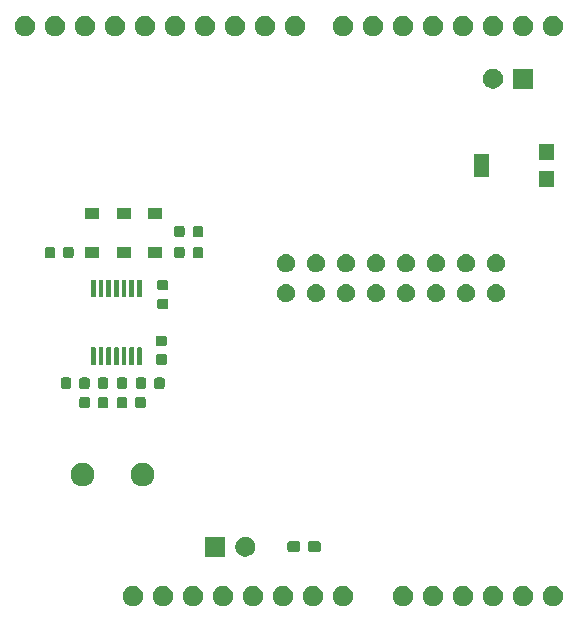
<source format=gbr>
G04 #@! TF.GenerationSoftware,KiCad,Pcbnew,(5.1.6)-1*
G04 #@! TF.CreationDate,2021-01-14T14:31:44+01:00*
G04 #@! TF.ProjectId,Thermolino2,54686572-6d6f-46c6-996e-6f322e6b6963,C*
G04 #@! TF.SameCoordinates,Original*
G04 #@! TF.FileFunction,Soldermask,Top*
G04 #@! TF.FilePolarity,Negative*
%FSLAX46Y46*%
G04 Gerber Fmt 4.6, Leading zero omitted, Abs format (unit mm)*
G04 Created by KiCad (PCBNEW (5.1.6)-1) date 2021-01-14 14:31:44*
%MOMM*%
%LPD*%
G01*
G04 APERTURE LIST*
%ADD10C,0.152400*%
G04 APERTURE END LIST*
D10*
G36*
X178349480Y-123866994D02*
G01*
X178432903Y-123883587D01*
X178590068Y-123948687D01*
X178731513Y-124043198D01*
X178851802Y-124163487D01*
X178946313Y-124304932D01*
X179011413Y-124462097D01*
X179044600Y-124628943D01*
X179044600Y-124799057D01*
X179011413Y-124965903D01*
X178946313Y-125123068D01*
X178851802Y-125264513D01*
X178731513Y-125384802D01*
X178590068Y-125479313D01*
X178432903Y-125544413D01*
X178349480Y-125561006D01*
X178266059Y-125577600D01*
X178095941Y-125577600D01*
X178012520Y-125561006D01*
X177929097Y-125544413D01*
X177771932Y-125479313D01*
X177630487Y-125384802D01*
X177510198Y-125264513D01*
X177415687Y-125123068D01*
X177350587Y-124965903D01*
X177317400Y-124799057D01*
X177317400Y-124628943D01*
X177350587Y-124462097D01*
X177415687Y-124304932D01*
X177510198Y-124163487D01*
X177630487Y-124043198D01*
X177771932Y-123948687D01*
X177929097Y-123883587D01*
X178012520Y-123866994D01*
X178095941Y-123850400D01*
X178266059Y-123850400D01*
X178349480Y-123866994D01*
G37*
G36*
X175809480Y-123866994D02*
G01*
X175892903Y-123883587D01*
X176050068Y-123948687D01*
X176191513Y-124043198D01*
X176311802Y-124163487D01*
X176406313Y-124304932D01*
X176471413Y-124462097D01*
X176504600Y-124628943D01*
X176504600Y-124799057D01*
X176471413Y-124965903D01*
X176406313Y-125123068D01*
X176311802Y-125264513D01*
X176191513Y-125384802D01*
X176050068Y-125479313D01*
X175892903Y-125544413D01*
X175809480Y-125561006D01*
X175726059Y-125577600D01*
X175555941Y-125577600D01*
X175472520Y-125561006D01*
X175389097Y-125544413D01*
X175231932Y-125479313D01*
X175090487Y-125384802D01*
X174970198Y-125264513D01*
X174875687Y-125123068D01*
X174810587Y-124965903D01*
X174777400Y-124799057D01*
X174777400Y-124628943D01*
X174810587Y-124462097D01*
X174875687Y-124304932D01*
X174970198Y-124163487D01*
X175090487Y-124043198D01*
X175231932Y-123948687D01*
X175389097Y-123883587D01*
X175472520Y-123866994D01*
X175555941Y-123850400D01*
X175726059Y-123850400D01*
X175809480Y-123866994D01*
G37*
G36*
X165649480Y-123866994D02*
G01*
X165732903Y-123883587D01*
X165890068Y-123948687D01*
X166031513Y-124043198D01*
X166151802Y-124163487D01*
X166246313Y-124304932D01*
X166311413Y-124462097D01*
X166344600Y-124628943D01*
X166344600Y-124799057D01*
X166311413Y-124965903D01*
X166246313Y-125123068D01*
X166151802Y-125264513D01*
X166031513Y-125384802D01*
X165890068Y-125479313D01*
X165732903Y-125544413D01*
X165649480Y-125561006D01*
X165566059Y-125577600D01*
X165395941Y-125577600D01*
X165312520Y-125561006D01*
X165229097Y-125544413D01*
X165071932Y-125479313D01*
X164930487Y-125384802D01*
X164810198Y-125264513D01*
X164715687Y-125123068D01*
X164650587Y-124965903D01*
X164617400Y-124799057D01*
X164617400Y-124628943D01*
X164650587Y-124462097D01*
X164715687Y-124304932D01*
X164810198Y-124163487D01*
X164930487Y-124043198D01*
X165071932Y-123948687D01*
X165229097Y-123883587D01*
X165312520Y-123866994D01*
X165395941Y-123850400D01*
X165566059Y-123850400D01*
X165649480Y-123866994D01*
G37*
G36*
X160569480Y-123866994D02*
G01*
X160652903Y-123883587D01*
X160810068Y-123948687D01*
X160951513Y-124043198D01*
X161071802Y-124163487D01*
X161166313Y-124304932D01*
X161231413Y-124462097D01*
X161264600Y-124628943D01*
X161264600Y-124799057D01*
X161231413Y-124965903D01*
X161166313Y-125123068D01*
X161071802Y-125264513D01*
X160951513Y-125384802D01*
X160810068Y-125479313D01*
X160652903Y-125544413D01*
X160569480Y-125561006D01*
X160486059Y-125577600D01*
X160315941Y-125577600D01*
X160232520Y-125561006D01*
X160149097Y-125544413D01*
X159991932Y-125479313D01*
X159850487Y-125384802D01*
X159730198Y-125264513D01*
X159635687Y-125123068D01*
X159570587Y-124965903D01*
X159537400Y-124799057D01*
X159537400Y-124628943D01*
X159570587Y-124462097D01*
X159635687Y-124304932D01*
X159730198Y-124163487D01*
X159850487Y-124043198D01*
X159991932Y-123948687D01*
X160149097Y-123883587D01*
X160232520Y-123866994D01*
X160315941Y-123850400D01*
X160486059Y-123850400D01*
X160569480Y-123866994D01*
G37*
G36*
X158029480Y-123866994D02*
G01*
X158112903Y-123883587D01*
X158270068Y-123948687D01*
X158411513Y-124043198D01*
X158531802Y-124163487D01*
X158626313Y-124304932D01*
X158691413Y-124462097D01*
X158724600Y-124628943D01*
X158724600Y-124799057D01*
X158691413Y-124965903D01*
X158626313Y-125123068D01*
X158531802Y-125264513D01*
X158411513Y-125384802D01*
X158270068Y-125479313D01*
X158112903Y-125544413D01*
X158029480Y-125561006D01*
X157946059Y-125577600D01*
X157775941Y-125577600D01*
X157692520Y-125561006D01*
X157609097Y-125544413D01*
X157451932Y-125479313D01*
X157310487Y-125384802D01*
X157190198Y-125264513D01*
X157095687Y-125123068D01*
X157030587Y-124965903D01*
X156997400Y-124799057D01*
X156997400Y-124628943D01*
X157030587Y-124462097D01*
X157095687Y-124304932D01*
X157190198Y-124163487D01*
X157310487Y-124043198D01*
X157451932Y-123948687D01*
X157609097Y-123883587D01*
X157692520Y-123866994D01*
X157775941Y-123850400D01*
X157946059Y-123850400D01*
X158029480Y-123866994D01*
G37*
G36*
X155489480Y-123866994D02*
G01*
X155572903Y-123883587D01*
X155730068Y-123948687D01*
X155871513Y-124043198D01*
X155991802Y-124163487D01*
X156086313Y-124304932D01*
X156151413Y-124462097D01*
X156184600Y-124628943D01*
X156184600Y-124799057D01*
X156151413Y-124965903D01*
X156086313Y-125123068D01*
X155991802Y-125264513D01*
X155871513Y-125384802D01*
X155730068Y-125479313D01*
X155572903Y-125544413D01*
X155489480Y-125561006D01*
X155406059Y-125577600D01*
X155235941Y-125577600D01*
X155152520Y-125561006D01*
X155069097Y-125544413D01*
X154911932Y-125479313D01*
X154770487Y-125384802D01*
X154650198Y-125264513D01*
X154555687Y-125123068D01*
X154490587Y-124965903D01*
X154457400Y-124799057D01*
X154457400Y-124628943D01*
X154490587Y-124462097D01*
X154555687Y-124304932D01*
X154650198Y-124163487D01*
X154770487Y-124043198D01*
X154911932Y-123948687D01*
X155069097Y-123883587D01*
X155152520Y-123866994D01*
X155235941Y-123850400D01*
X155406059Y-123850400D01*
X155489480Y-123866994D01*
G37*
G36*
X152949480Y-123866994D02*
G01*
X153032903Y-123883587D01*
X153190068Y-123948687D01*
X153331513Y-124043198D01*
X153451802Y-124163487D01*
X153546313Y-124304932D01*
X153611413Y-124462097D01*
X153644600Y-124628943D01*
X153644600Y-124799057D01*
X153611413Y-124965903D01*
X153546313Y-125123068D01*
X153451802Y-125264513D01*
X153331513Y-125384802D01*
X153190068Y-125479313D01*
X153032903Y-125544413D01*
X152949480Y-125561006D01*
X152866059Y-125577600D01*
X152695941Y-125577600D01*
X152612520Y-125561006D01*
X152529097Y-125544413D01*
X152371932Y-125479313D01*
X152230487Y-125384802D01*
X152110198Y-125264513D01*
X152015687Y-125123068D01*
X151950587Y-124965903D01*
X151917400Y-124799057D01*
X151917400Y-124628943D01*
X151950587Y-124462097D01*
X152015687Y-124304932D01*
X152110198Y-124163487D01*
X152230487Y-124043198D01*
X152371932Y-123948687D01*
X152529097Y-123883587D01*
X152612520Y-123866994D01*
X152695941Y-123850400D01*
X152866059Y-123850400D01*
X152949480Y-123866994D01*
G37*
G36*
X150409480Y-123866994D02*
G01*
X150492903Y-123883587D01*
X150650068Y-123948687D01*
X150791513Y-124043198D01*
X150911802Y-124163487D01*
X151006313Y-124304932D01*
X151071413Y-124462097D01*
X151104600Y-124628943D01*
X151104600Y-124799057D01*
X151071413Y-124965903D01*
X151006313Y-125123068D01*
X150911802Y-125264513D01*
X150791513Y-125384802D01*
X150650068Y-125479313D01*
X150492903Y-125544413D01*
X150409480Y-125561006D01*
X150326059Y-125577600D01*
X150155941Y-125577600D01*
X150072520Y-125561006D01*
X149989097Y-125544413D01*
X149831932Y-125479313D01*
X149690487Y-125384802D01*
X149570198Y-125264513D01*
X149475687Y-125123068D01*
X149410587Y-124965903D01*
X149377400Y-124799057D01*
X149377400Y-124628943D01*
X149410587Y-124462097D01*
X149475687Y-124304932D01*
X149570198Y-124163487D01*
X149690487Y-124043198D01*
X149831932Y-123948687D01*
X149989097Y-123883587D01*
X150072520Y-123866994D01*
X150155941Y-123850400D01*
X150326059Y-123850400D01*
X150409480Y-123866994D01*
G37*
G36*
X145329480Y-123866994D02*
G01*
X145412903Y-123883587D01*
X145570068Y-123948687D01*
X145711513Y-124043198D01*
X145831802Y-124163487D01*
X145926313Y-124304932D01*
X145991413Y-124462097D01*
X146024600Y-124628943D01*
X146024600Y-124799057D01*
X145991413Y-124965903D01*
X145926313Y-125123068D01*
X145831802Y-125264513D01*
X145711513Y-125384802D01*
X145570068Y-125479313D01*
X145412903Y-125544413D01*
X145329480Y-125561006D01*
X145246059Y-125577600D01*
X145075941Y-125577600D01*
X144992520Y-125561006D01*
X144909097Y-125544413D01*
X144751932Y-125479313D01*
X144610487Y-125384802D01*
X144490198Y-125264513D01*
X144395687Y-125123068D01*
X144330587Y-124965903D01*
X144297400Y-124799057D01*
X144297400Y-124628943D01*
X144330587Y-124462097D01*
X144395687Y-124304932D01*
X144490198Y-124163487D01*
X144610487Y-124043198D01*
X144751932Y-123948687D01*
X144909097Y-123883587D01*
X144992520Y-123866994D01*
X145075941Y-123850400D01*
X145246059Y-123850400D01*
X145329480Y-123866994D01*
G37*
G36*
X142789480Y-123866994D02*
G01*
X142872903Y-123883587D01*
X143030068Y-123948687D01*
X143171513Y-124043198D01*
X143291802Y-124163487D01*
X143386313Y-124304932D01*
X143451413Y-124462097D01*
X143484600Y-124628943D01*
X143484600Y-124799057D01*
X143451413Y-124965903D01*
X143386313Y-125123068D01*
X143291802Y-125264513D01*
X143171513Y-125384802D01*
X143030068Y-125479313D01*
X142872903Y-125544413D01*
X142789480Y-125561006D01*
X142706059Y-125577600D01*
X142535941Y-125577600D01*
X142452520Y-125561006D01*
X142369097Y-125544413D01*
X142211932Y-125479313D01*
X142070487Y-125384802D01*
X141950198Y-125264513D01*
X141855687Y-125123068D01*
X141790587Y-124965903D01*
X141757400Y-124799057D01*
X141757400Y-124628943D01*
X141790587Y-124462097D01*
X141855687Y-124304932D01*
X141950198Y-124163487D01*
X142070487Y-124043198D01*
X142211932Y-123948687D01*
X142369097Y-123883587D01*
X142452520Y-123866994D01*
X142535941Y-123850400D01*
X142706059Y-123850400D01*
X142789480Y-123866994D01*
G37*
G36*
X168189480Y-123866994D02*
G01*
X168272903Y-123883587D01*
X168430068Y-123948687D01*
X168571513Y-124043198D01*
X168691802Y-124163487D01*
X168786313Y-124304932D01*
X168851413Y-124462097D01*
X168884600Y-124628943D01*
X168884600Y-124799057D01*
X168851413Y-124965903D01*
X168786313Y-125123068D01*
X168691802Y-125264513D01*
X168571513Y-125384802D01*
X168430068Y-125479313D01*
X168272903Y-125544413D01*
X168189480Y-125561006D01*
X168106059Y-125577600D01*
X167935941Y-125577600D01*
X167852520Y-125561006D01*
X167769097Y-125544413D01*
X167611932Y-125479313D01*
X167470487Y-125384802D01*
X167350198Y-125264513D01*
X167255687Y-125123068D01*
X167190587Y-124965903D01*
X167157400Y-124799057D01*
X167157400Y-124628943D01*
X167190587Y-124462097D01*
X167255687Y-124304932D01*
X167350198Y-124163487D01*
X167470487Y-124043198D01*
X167611932Y-123948687D01*
X167769097Y-123883587D01*
X167852520Y-123866994D01*
X167935941Y-123850400D01*
X168106059Y-123850400D01*
X168189480Y-123866994D01*
G37*
G36*
X170729480Y-123866994D02*
G01*
X170812903Y-123883587D01*
X170970068Y-123948687D01*
X171111513Y-124043198D01*
X171231802Y-124163487D01*
X171326313Y-124304932D01*
X171391413Y-124462097D01*
X171424600Y-124628943D01*
X171424600Y-124799057D01*
X171391413Y-124965903D01*
X171326313Y-125123068D01*
X171231802Y-125264513D01*
X171111513Y-125384802D01*
X170970068Y-125479313D01*
X170812903Y-125544413D01*
X170729480Y-125561006D01*
X170646059Y-125577600D01*
X170475941Y-125577600D01*
X170392520Y-125561006D01*
X170309097Y-125544413D01*
X170151932Y-125479313D01*
X170010487Y-125384802D01*
X169890198Y-125264513D01*
X169795687Y-125123068D01*
X169730587Y-124965903D01*
X169697400Y-124799057D01*
X169697400Y-124628943D01*
X169730587Y-124462097D01*
X169795687Y-124304932D01*
X169890198Y-124163487D01*
X170010487Y-124043198D01*
X170151932Y-123948687D01*
X170309097Y-123883587D01*
X170392520Y-123866994D01*
X170475941Y-123850400D01*
X170646059Y-123850400D01*
X170729480Y-123866994D01*
G37*
G36*
X173269480Y-123866994D02*
G01*
X173352903Y-123883587D01*
X173510068Y-123948687D01*
X173651513Y-124043198D01*
X173771802Y-124163487D01*
X173866313Y-124304932D01*
X173931413Y-124462097D01*
X173964600Y-124628943D01*
X173964600Y-124799057D01*
X173931413Y-124965903D01*
X173866313Y-125123068D01*
X173771802Y-125264513D01*
X173651513Y-125384802D01*
X173510068Y-125479313D01*
X173352903Y-125544413D01*
X173269480Y-125561006D01*
X173186059Y-125577600D01*
X173015941Y-125577600D01*
X172932520Y-125561006D01*
X172849097Y-125544413D01*
X172691932Y-125479313D01*
X172550487Y-125384802D01*
X172430198Y-125264513D01*
X172335687Y-125123068D01*
X172270587Y-124965903D01*
X172237400Y-124799057D01*
X172237400Y-124628943D01*
X172270587Y-124462097D01*
X172335687Y-124304932D01*
X172430198Y-124163487D01*
X172550487Y-124043198D01*
X172691932Y-123948687D01*
X172849097Y-123883587D01*
X172932520Y-123866994D01*
X173015941Y-123850400D01*
X173186059Y-123850400D01*
X173269480Y-123866994D01*
G37*
G36*
X147869480Y-123866994D02*
G01*
X147952903Y-123883587D01*
X148110068Y-123948687D01*
X148251513Y-124043198D01*
X148371802Y-124163487D01*
X148466313Y-124304932D01*
X148531413Y-124462097D01*
X148564600Y-124628943D01*
X148564600Y-124799057D01*
X148531413Y-124965903D01*
X148466313Y-125123068D01*
X148371802Y-125264513D01*
X148251513Y-125384802D01*
X148110068Y-125479313D01*
X147952903Y-125544413D01*
X147869480Y-125561006D01*
X147786059Y-125577600D01*
X147615941Y-125577600D01*
X147532520Y-125561006D01*
X147449097Y-125544413D01*
X147291932Y-125479313D01*
X147150487Y-125384802D01*
X147030198Y-125264513D01*
X146935687Y-125123068D01*
X146870587Y-124965903D01*
X146837400Y-124799057D01*
X146837400Y-124628943D01*
X146870587Y-124462097D01*
X146935687Y-124304932D01*
X147030198Y-124163487D01*
X147150487Y-124043198D01*
X147291932Y-123948687D01*
X147449097Y-123883587D01*
X147532520Y-123866994D01*
X147615941Y-123850400D01*
X147786059Y-123850400D01*
X147869480Y-123866994D01*
G37*
G36*
X152393936Y-119705665D02*
G01*
X152548626Y-119769739D01*
X152618076Y-119816145D01*
X152687844Y-119862762D01*
X152806238Y-119981156D01*
X152850901Y-120048000D01*
X152899261Y-120120374D01*
X152963335Y-120275064D01*
X152996000Y-120439282D01*
X152996000Y-120606718D01*
X152963335Y-120770936D01*
X152899261Y-120925626D01*
X152861635Y-120981936D01*
X152806238Y-121064844D01*
X152687844Y-121183238D01*
X152618076Y-121229855D01*
X152548626Y-121276261D01*
X152393936Y-121340335D01*
X152229718Y-121373000D01*
X152062282Y-121373000D01*
X151898064Y-121340335D01*
X151743374Y-121276261D01*
X151673924Y-121229855D01*
X151604156Y-121183238D01*
X151485762Y-121064844D01*
X151430365Y-120981936D01*
X151392739Y-120925626D01*
X151328665Y-120770936D01*
X151296000Y-120606718D01*
X151296000Y-120439282D01*
X151328665Y-120275064D01*
X151392739Y-120120374D01*
X151441099Y-120048000D01*
X151485762Y-119981156D01*
X151604156Y-119862762D01*
X151673924Y-119816145D01*
X151743374Y-119769739D01*
X151898064Y-119705665D01*
X152062282Y-119673000D01*
X152229718Y-119673000D01*
X152393936Y-119705665D01*
G37*
G36*
X150456000Y-121373000D02*
G01*
X148756000Y-121373000D01*
X148756000Y-119673000D01*
X150456000Y-119673000D01*
X150456000Y-121373000D01*
G37*
G36*
X156595921Y-120052271D02*
G01*
X156634798Y-120064064D01*
X156670618Y-120083211D01*
X156702019Y-120108981D01*
X156727789Y-120140382D01*
X156746936Y-120176202D01*
X156758729Y-120215079D01*
X156763000Y-120258447D01*
X156763000Y-120787553D01*
X156758729Y-120830921D01*
X156746936Y-120869798D01*
X156727789Y-120905618D01*
X156702019Y-120937019D01*
X156670618Y-120962789D01*
X156634798Y-120981936D01*
X156595921Y-120993729D01*
X156552553Y-120998000D01*
X155923447Y-120998000D01*
X155880079Y-120993729D01*
X155841202Y-120981936D01*
X155805382Y-120962789D01*
X155773981Y-120937019D01*
X155748211Y-120905618D01*
X155729064Y-120869798D01*
X155717271Y-120830921D01*
X155713000Y-120787553D01*
X155713000Y-120258447D01*
X155717271Y-120215079D01*
X155729064Y-120176202D01*
X155748211Y-120140382D01*
X155773981Y-120108981D01*
X155805382Y-120083211D01*
X155841202Y-120064064D01*
X155880079Y-120052271D01*
X155923447Y-120048000D01*
X156552553Y-120048000D01*
X156595921Y-120052271D01*
G37*
G36*
X158345921Y-120052271D02*
G01*
X158384798Y-120064064D01*
X158420618Y-120083211D01*
X158452019Y-120108981D01*
X158477789Y-120140382D01*
X158496936Y-120176202D01*
X158508729Y-120215079D01*
X158513000Y-120258447D01*
X158513000Y-120787553D01*
X158508729Y-120830921D01*
X158496936Y-120869798D01*
X158477789Y-120905618D01*
X158452019Y-120937019D01*
X158420618Y-120962789D01*
X158384798Y-120981936D01*
X158345921Y-120993729D01*
X158302553Y-120998000D01*
X157673447Y-120998000D01*
X157630079Y-120993729D01*
X157591202Y-120981936D01*
X157555382Y-120962789D01*
X157523981Y-120937019D01*
X157498211Y-120905618D01*
X157479064Y-120869798D01*
X157467271Y-120830921D01*
X157463000Y-120787553D01*
X157463000Y-120258447D01*
X157467271Y-120215079D01*
X157479064Y-120176202D01*
X157498211Y-120140382D01*
X157523981Y-120108981D01*
X157555382Y-120083211D01*
X157591202Y-120064064D01*
X157630079Y-120052271D01*
X157673447Y-120048000D01*
X158302553Y-120048000D01*
X158345921Y-120052271D01*
G37*
G36*
X143634090Y-113446214D02*
G01*
X143730689Y-113465429D01*
X143912678Y-113540811D01*
X144076463Y-113650249D01*
X144215751Y-113789537D01*
X144325189Y-113953322D01*
X144400571Y-114135311D01*
X144439000Y-114328509D01*
X144439000Y-114525491D01*
X144400571Y-114718689D01*
X144325189Y-114900678D01*
X144215751Y-115064463D01*
X144076463Y-115203751D01*
X143912678Y-115313189D01*
X143730689Y-115388571D01*
X143634090Y-115407785D01*
X143537493Y-115427000D01*
X143340507Y-115427000D01*
X143243910Y-115407785D01*
X143147311Y-115388571D01*
X142965322Y-115313189D01*
X142801537Y-115203751D01*
X142662249Y-115064463D01*
X142552811Y-114900678D01*
X142477429Y-114718689D01*
X142439000Y-114525491D01*
X142439000Y-114328509D01*
X142477429Y-114135311D01*
X142552811Y-113953322D01*
X142662249Y-113789537D01*
X142801537Y-113650249D01*
X142965322Y-113540811D01*
X143147311Y-113465429D01*
X143243910Y-113446214D01*
X143340507Y-113427000D01*
X143537493Y-113427000D01*
X143634090Y-113446214D01*
G37*
G36*
X138554090Y-113446214D02*
G01*
X138650689Y-113465429D01*
X138832678Y-113540811D01*
X138996463Y-113650249D01*
X139135751Y-113789537D01*
X139245189Y-113953322D01*
X139320571Y-114135311D01*
X139359000Y-114328509D01*
X139359000Y-114525491D01*
X139320571Y-114718689D01*
X139245189Y-114900678D01*
X139135751Y-115064463D01*
X138996463Y-115203751D01*
X138832678Y-115313189D01*
X138650689Y-115388571D01*
X138554090Y-115407785D01*
X138457493Y-115427000D01*
X138260507Y-115427000D01*
X138163910Y-115407785D01*
X138067311Y-115388571D01*
X137885322Y-115313189D01*
X137721537Y-115203751D01*
X137582249Y-115064463D01*
X137472811Y-114900678D01*
X137397429Y-114718689D01*
X137359000Y-114525491D01*
X137359000Y-114328509D01*
X137397429Y-114135311D01*
X137472811Y-113953322D01*
X137582249Y-113789537D01*
X137721537Y-113650249D01*
X137885322Y-113540811D01*
X138067311Y-113465429D01*
X138163910Y-113446214D01*
X138260507Y-113427000D01*
X138457493Y-113427000D01*
X138554090Y-113446214D01*
G37*
G36*
X138822019Y-107859912D02*
G01*
X138857371Y-107870636D01*
X138889950Y-107888050D01*
X138918511Y-107911489D01*
X138941950Y-107940050D01*
X138959364Y-107972629D01*
X138970088Y-108007981D01*
X138974000Y-108047697D01*
X138974000Y-108614303D01*
X138970088Y-108654019D01*
X138959364Y-108689371D01*
X138941950Y-108721950D01*
X138918511Y-108750511D01*
X138889950Y-108773950D01*
X138857371Y-108791364D01*
X138822019Y-108802088D01*
X138782303Y-108806000D01*
X138290697Y-108806000D01*
X138250981Y-108802088D01*
X138215629Y-108791364D01*
X138183050Y-108773950D01*
X138154489Y-108750511D01*
X138131050Y-108721950D01*
X138113636Y-108689371D01*
X138102912Y-108654019D01*
X138099000Y-108614303D01*
X138099000Y-108047697D01*
X138102912Y-108007981D01*
X138113636Y-107972629D01*
X138131050Y-107940050D01*
X138154489Y-107911489D01*
X138183050Y-107888050D01*
X138215629Y-107870636D01*
X138250981Y-107859912D01*
X138290697Y-107856000D01*
X138782303Y-107856000D01*
X138822019Y-107859912D01*
G37*
G36*
X140397019Y-107859912D02*
G01*
X140432371Y-107870636D01*
X140464950Y-107888050D01*
X140493511Y-107911489D01*
X140516950Y-107940050D01*
X140534364Y-107972629D01*
X140545088Y-108007981D01*
X140549000Y-108047697D01*
X140549000Y-108614303D01*
X140545088Y-108654019D01*
X140534364Y-108689371D01*
X140516950Y-108721950D01*
X140493511Y-108750511D01*
X140464950Y-108773950D01*
X140432371Y-108791364D01*
X140397019Y-108802088D01*
X140357303Y-108806000D01*
X139865697Y-108806000D01*
X139825981Y-108802088D01*
X139790629Y-108791364D01*
X139758050Y-108773950D01*
X139729489Y-108750511D01*
X139706050Y-108721950D01*
X139688636Y-108689371D01*
X139677912Y-108654019D01*
X139674000Y-108614303D01*
X139674000Y-108047697D01*
X139677912Y-108007981D01*
X139688636Y-107972629D01*
X139706050Y-107940050D01*
X139729489Y-107911489D01*
X139758050Y-107888050D01*
X139790629Y-107870636D01*
X139825981Y-107859912D01*
X139865697Y-107856000D01*
X140357303Y-107856000D01*
X140397019Y-107859912D01*
G37*
G36*
X143547019Y-107859912D02*
G01*
X143582371Y-107870636D01*
X143614950Y-107888050D01*
X143643511Y-107911489D01*
X143666950Y-107940050D01*
X143684364Y-107972629D01*
X143695088Y-108007981D01*
X143699000Y-108047697D01*
X143699000Y-108614303D01*
X143695088Y-108654019D01*
X143684364Y-108689371D01*
X143666950Y-108721950D01*
X143643511Y-108750511D01*
X143614950Y-108773950D01*
X143582371Y-108791364D01*
X143547019Y-108802088D01*
X143507303Y-108806000D01*
X143015697Y-108806000D01*
X142975981Y-108802088D01*
X142940629Y-108791364D01*
X142908050Y-108773950D01*
X142879489Y-108750511D01*
X142856050Y-108721950D01*
X142838636Y-108689371D01*
X142827912Y-108654019D01*
X142824000Y-108614303D01*
X142824000Y-108047697D01*
X142827912Y-108007981D01*
X142838636Y-107972629D01*
X142856050Y-107940050D01*
X142879489Y-107911489D01*
X142908050Y-107888050D01*
X142940629Y-107870636D01*
X142975981Y-107859912D01*
X143015697Y-107856000D01*
X143507303Y-107856000D01*
X143547019Y-107859912D01*
G37*
G36*
X141972019Y-107859912D02*
G01*
X142007371Y-107870636D01*
X142039950Y-107888050D01*
X142068511Y-107911489D01*
X142091950Y-107940050D01*
X142109364Y-107972629D01*
X142120088Y-108007981D01*
X142124000Y-108047697D01*
X142124000Y-108614303D01*
X142120088Y-108654019D01*
X142109364Y-108689371D01*
X142091950Y-108721950D01*
X142068511Y-108750511D01*
X142039950Y-108773950D01*
X142007371Y-108791364D01*
X141972019Y-108802088D01*
X141932303Y-108806000D01*
X141440697Y-108806000D01*
X141400981Y-108802088D01*
X141365629Y-108791364D01*
X141333050Y-108773950D01*
X141304489Y-108750511D01*
X141281050Y-108721950D01*
X141263636Y-108689371D01*
X141252912Y-108654019D01*
X141249000Y-108614303D01*
X141249000Y-108047697D01*
X141252912Y-108007981D01*
X141263636Y-107972629D01*
X141281050Y-107940050D01*
X141304489Y-107911489D01*
X141333050Y-107888050D01*
X141365629Y-107870636D01*
X141400981Y-107859912D01*
X141440697Y-107856000D01*
X141932303Y-107856000D01*
X141972019Y-107859912D01*
G37*
G36*
X140397019Y-106208912D02*
G01*
X140432371Y-106219636D01*
X140464950Y-106237050D01*
X140493511Y-106260489D01*
X140516950Y-106289050D01*
X140534364Y-106321629D01*
X140545088Y-106356981D01*
X140549000Y-106396697D01*
X140549000Y-106963303D01*
X140545088Y-107003019D01*
X140534364Y-107038371D01*
X140516950Y-107070950D01*
X140493511Y-107099511D01*
X140464950Y-107122950D01*
X140432371Y-107140364D01*
X140397019Y-107151088D01*
X140357303Y-107155000D01*
X139865697Y-107155000D01*
X139825981Y-107151088D01*
X139790629Y-107140364D01*
X139758050Y-107122950D01*
X139729489Y-107099511D01*
X139706050Y-107070950D01*
X139688636Y-107038371D01*
X139677912Y-107003019D01*
X139674000Y-106963303D01*
X139674000Y-106396697D01*
X139677912Y-106356981D01*
X139688636Y-106321629D01*
X139706050Y-106289050D01*
X139729489Y-106260489D01*
X139758050Y-106237050D01*
X139790629Y-106219636D01*
X139825981Y-106208912D01*
X139865697Y-106205000D01*
X140357303Y-106205000D01*
X140397019Y-106208912D01*
G37*
G36*
X145154519Y-106208912D02*
G01*
X145189871Y-106219636D01*
X145222450Y-106237050D01*
X145251011Y-106260489D01*
X145274450Y-106289050D01*
X145291864Y-106321629D01*
X145302588Y-106356981D01*
X145306500Y-106396697D01*
X145306500Y-106963303D01*
X145302588Y-107003019D01*
X145291864Y-107038371D01*
X145274450Y-107070950D01*
X145251011Y-107099511D01*
X145222450Y-107122950D01*
X145189871Y-107140364D01*
X145154519Y-107151088D01*
X145114803Y-107155000D01*
X144623197Y-107155000D01*
X144583481Y-107151088D01*
X144548129Y-107140364D01*
X144515550Y-107122950D01*
X144486989Y-107099511D01*
X144463550Y-107070950D01*
X144446136Y-107038371D01*
X144435412Y-107003019D01*
X144431500Y-106963303D01*
X144431500Y-106396697D01*
X144435412Y-106356981D01*
X144446136Y-106321629D01*
X144463550Y-106289050D01*
X144486989Y-106260489D01*
X144515550Y-106237050D01*
X144548129Y-106219636D01*
X144583481Y-106208912D01*
X144623197Y-106205000D01*
X145114803Y-106205000D01*
X145154519Y-106208912D01*
G37*
G36*
X137229519Y-106208912D02*
G01*
X137264871Y-106219636D01*
X137297450Y-106237050D01*
X137326011Y-106260489D01*
X137349450Y-106289050D01*
X137366864Y-106321629D01*
X137377588Y-106356981D01*
X137381500Y-106396697D01*
X137381500Y-106963303D01*
X137377588Y-107003019D01*
X137366864Y-107038371D01*
X137349450Y-107070950D01*
X137326011Y-107099511D01*
X137297450Y-107122950D01*
X137264871Y-107140364D01*
X137229519Y-107151088D01*
X137189803Y-107155000D01*
X136698197Y-107155000D01*
X136658481Y-107151088D01*
X136623129Y-107140364D01*
X136590550Y-107122950D01*
X136561989Y-107099511D01*
X136538550Y-107070950D01*
X136521136Y-107038371D01*
X136510412Y-107003019D01*
X136506500Y-106963303D01*
X136506500Y-106396697D01*
X136510412Y-106356981D01*
X136521136Y-106321629D01*
X136538550Y-106289050D01*
X136561989Y-106260489D01*
X136590550Y-106237050D01*
X136623129Y-106219636D01*
X136658481Y-106208912D01*
X136698197Y-106205000D01*
X137189803Y-106205000D01*
X137229519Y-106208912D01*
G37*
G36*
X138804519Y-106208912D02*
G01*
X138839871Y-106219636D01*
X138872450Y-106237050D01*
X138901011Y-106260489D01*
X138924450Y-106289050D01*
X138941864Y-106321629D01*
X138952588Y-106356981D01*
X138956500Y-106396697D01*
X138956500Y-106963303D01*
X138952588Y-107003019D01*
X138941864Y-107038371D01*
X138924450Y-107070950D01*
X138901011Y-107099511D01*
X138872450Y-107122950D01*
X138839871Y-107140364D01*
X138804519Y-107151088D01*
X138764803Y-107155000D01*
X138273197Y-107155000D01*
X138233481Y-107151088D01*
X138198129Y-107140364D01*
X138165550Y-107122950D01*
X138136989Y-107099511D01*
X138113550Y-107070950D01*
X138096136Y-107038371D01*
X138085412Y-107003019D01*
X138081500Y-106963303D01*
X138081500Y-106396697D01*
X138085412Y-106356981D01*
X138096136Y-106321629D01*
X138113550Y-106289050D01*
X138136989Y-106260489D01*
X138165550Y-106237050D01*
X138198129Y-106219636D01*
X138233481Y-106208912D01*
X138273197Y-106205000D01*
X138764803Y-106205000D01*
X138804519Y-106208912D01*
G37*
G36*
X143579519Y-106208912D02*
G01*
X143614871Y-106219636D01*
X143647450Y-106237050D01*
X143676011Y-106260489D01*
X143699450Y-106289050D01*
X143716864Y-106321629D01*
X143727588Y-106356981D01*
X143731500Y-106396697D01*
X143731500Y-106963303D01*
X143727588Y-107003019D01*
X143716864Y-107038371D01*
X143699450Y-107070950D01*
X143676011Y-107099511D01*
X143647450Y-107122950D01*
X143614871Y-107140364D01*
X143579519Y-107151088D01*
X143539803Y-107155000D01*
X143048197Y-107155000D01*
X143008481Y-107151088D01*
X142973129Y-107140364D01*
X142940550Y-107122950D01*
X142911989Y-107099511D01*
X142888550Y-107070950D01*
X142871136Y-107038371D01*
X142860412Y-107003019D01*
X142856500Y-106963303D01*
X142856500Y-106396697D01*
X142860412Y-106356981D01*
X142871136Y-106321629D01*
X142888550Y-106289050D01*
X142911989Y-106260489D01*
X142940550Y-106237050D01*
X142973129Y-106219636D01*
X143008481Y-106208912D01*
X143048197Y-106205000D01*
X143539803Y-106205000D01*
X143579519Y-106208912D01*
G37*
G36*
X141972019Y-106208912D02*
G01*
X142007371Y-106219636D01*
X142039950Y-106237050D01*
X142068511Y-106260489D01*
X142091950Y-106289050D01*
X142109364Y-106321629D01*
X142120088Y-106356981D01*
X142124000Y-106396697D01*
X142124000Y-106963303D01*
X142120088Y-107003019D01*
X142109364Y-107038371D01*
X142091950Y-107070950D01*
X142068511Y-107099511D01*
X142039950Y-107122950D01*
X142007371Y-107140364D01*
X141972019Y-107151088D01*
X141932303Y-107155000D01*
X141440697Y-107155000D01*
X141400981Y-107151088D01*
X141365629Y-107140364D01*
X141333050Y-107122950D01*
X141304489Y-107099511D01*
X141281050Y-107070950D01*
X141263636Y-107038371D01*
X141252912Y-107003019D01*
X141249000Y-106963303D01*
X141249000Y-106396697D01*
X141252912Y-106356981D01*
X141263636Y-106321629D01*
X141281050Y-106289050D01*
X141304489Y-106260489D01*
X141333050Y-106237050D01*
X141365629Y-106219636D01*
X141400981Y-106208912D01*
X141440697Y-106205000D01*
X141932303Y-106205000D01*
X141972019Y-106208912D01*
G37*
G36*
X142667599Y-103658130D02*
G01*
X142680676Y-103662097D01*
X142692729Y-103668539D01*
X142703292Y-103677208D01*
X142711961Y-103687771D01*
X142718403Y-103699824D01*
X142722370Y-103712901D01*
X142724000Y-103729447D01*
X142724000Y-105058553D01*
X142722370Y-105075099D01*
X142718403Y-105088176D01*
X142711961Y-105100229D01*
X142703292Y-105110792D01*
X142692729Y-105119461D01*
X142680676Y-105125903D01*
X142667599Y-105129870D01*
X142651053Y-105131500D01*
X142396947Y-105131500D01*
X142380401Y-105129870D01*
X142367324Y-105125903D01*
X142355271Y-105119461D01*
X142344708Y-105110792D01*
X142336039Y-105100229D01*
X142329597Y-105088176D01*
X142325630Y-105075099D01*
X142324000Y-105058553D01*
X142324000Y-103729447D01*
X142325630Y-103712901D01*
X142329597Y-103699824D01*
X142336039Y-103687771D01*
X142344708Y-103677208D01*
X142355271Y-103668539D01*
X142367324Y-103662097D01*
X142380401Y-103658130D01*
X142396947Y-103656500D01*
X142651053Y-103656500D01*
X142667599Y-103658130D01*
G37*
G36*
X140067599Y-103658130D02*
G01*
X140080676Y-103662097D01*
X140092729Y-103668539D01*
X140103292Y-103677208D01*
X140111961Y-103687771D01*
X140118403Y-103699824D01*
X140122370Y-103712901D01*
X140124000Y-103729447D01*
X140124000Y-105058553D01*
X140122370Y-105075099D01*
X140118403Y-105088176D01*
X140111961Y-105100229D01*
X140103292Y-105110792D01*
X140092729Y-105119461D01*
X140080676Y-105125903D01*
X140067599Y-105129870D01*
X140051053Y-105131500D01*
X139796947Y-105131500D01*
X139780401Y-105129870D01*
X139767324Y-105125903D01*
X139755271Y-105119461D01*
X139744708Y-105110792D01*
X139736039Y-105100229D01*
X139729597Y-105088176D01*
X139725630Y-105075099D01*
X139724000Y-105058553D01*
X139724000Y-103729447D01*
X139725630Y-103712901D01*
X139729597Y-103699824D01*
X139736039Y-103687771D01*
X139744708Y-103677208D01*
X139755271Y-103668539D01*
X139767324Y-103662097D01*
X139780401Y-103658130D01*
X139796947Y-103656500D01*
X140051053Y-103656500D01*
X140067599Y-103658130D01*
G37*
G36*
X139417599Y-103658130D02*
G01*
X139430676Y-103662097D01*
X139442729Y-103668539D01*
X139453292Y-103677208D01*
X139461961Y-103687771D01*
X139468403Y-103699824D01*
X139472370Y-103712901D01*
X139474000Y-103729447D01*
X139474000Y-105058553D01*
X139472370Y-105075099D01*
X139468403Y-105088176D01*
X139461961Y-105100229D01*
X139453292Y-105110792D01*
X139442729Y-105119461D01*
X139430676Y-105125903D01*
X139417599Y-105129870D01*
X139401053Y-105131500D01*
X139146947Y-105131500D01*
X139130401Y-105129870D01*
X139117324Y-105125903D01*
X139105271Y-105119461D01*
X139094708Y-105110792D01*
X139086039Y-105100229D01*
X139079597Y-105088176D01*
X139075630Y-105075099D01*
X139074000Y-105058553D01*
X139074000Y-103729447D01*
X139075630Y-103712901D01*
X139079597Y-103699824D01*
X139086039Y-103687771D01*
X139094708Y-103677208D01*
X139105271Y-103668539D01*
X139117324Y-103662097D01*
X139130401Y-103658130D01*
X139146947Y-103656500D01*
X139401053Y-103656500D01*
X139417599Y-103658130D01*
G37*
G36*
X143317599Y-103658130D02*
G01*
X143330676Y-103662097D01*
X143342729Y-103668539D01*
X143353292Y-103677208D01*
X143361961Y-103687771D01*
X143368403Y-103699824D01*
X143372370Y-103712901D01*
X143374000Y-103729447D01*
X143374000Y-105058553D01*
X143372370Y-105075099D01*
X143368403Y-105088176D01*
X143361961Y-105100229D01*
X143353292Y-105110792D01*
X143342729Y-105119461D01*
X143330676Y-105125903D01*
X143317599Y-105129870D01*
X143301053Y-105131500D01*
X143046947Y-105131500D01*
X143030401Y-105129870D01*
X143017324Y-105125903D01*
X143005271Y-105119461D01*
X142994708Y-105110792D01*
X142986039Y-105100229D01*
X142979597Y-105088176D01*
X142975630Y-105075099D01*
X142974000Y-105058553D01*
X142974000Y-103729447D01*
X142975630Y-103712901D01*
X142979597Y-103699824D01*
X142986039Y-103687771D01*
X142994708Y-103677208D01*
X143005271Y-103668539D01*
X143017324Y-103662097D01*
X143030401Y-103658130D01*
X143046947Y-103656500D01*
X143301053Y-103656500D01*
X143317599Y-103658130D01*
G37*
G36*
X142017599Y-103658130D02*
G01*
X142030676Y-103662097D01*
X142042729Y-103668539D01*
X142053292Y-103677208D01*
X142061961Y-103687771D01*
X142068403Y-103699824D01*
X142072370Y-103712901D01*
X142074000Y-103729447D01*
X142074000Y-105058553D01*
X142072370Y-105075099D01*
X142068403Y-105088176D01*
X142061961Y-105100229D01*
X142053292Y-105110792D01*
X142042729Y-105119461D01*
X142030676Y-105125903D01*
X142017599Y-105129870D01*
X142001053Y-105131500D01*
X141746947Y-105131500D01*
X141730401Y-105129870D01*
X141717324Y-105125903D01*
X141705271Y-105119461D01*
X141694708Y-105110792D01*
X141686039Y-105100229D01*
X141679597Y-105088176D01*
X141675630Y-105075099D01*
X141674000Y-105058553D01*
X141674000Y-103729447D01*
X141675630Y-103712901D01*
X141679597Y-103699824D01*
X141686039Y-103687771D01*
X141694708Y-103677208D01*
X141705271Y-103668539D01*
X141717324Y-103662097D01*
X141730401Y-103658130D01*
X141746947Y-103656500D01*
X142001053Y-103656500D01*
X142017599Y-103658130D01*
G37*
G36*
X141367599Y-103658130D02*
G01*
X141380676Y-103662097D01*
X141392729Y-103668539D01*
X141403292Y-103677208D01*
X141411961Y-103687771D01*
X141418403Y-103699824D01*
X141422370Y-103712901D01*
X141424000Y-103729447D01*
X141424000Y-105058553D01*
X141422370Y-105075099D01*
X141418403Y-105088176D01*
X141411961Y-105100229D01*
X141403292Y-105110792D01*
X141392729Y-105119461D01*
X141380676Y-105125903D01*
X141367599Y-105129870D01*
X141351053Y-105131500D01*
X141096947Y-105131500D01*
X141080401Y-105129870D01*
X141067324Y-105125903D01*
X141055271Y-105119461D01*
X141044708Y-105110792D01*
X141036039Y-105100229D01*
X141029597Y-105088176D01*
X141025630Y-105075099D01*
X141024000Y-105058553D01*
X141024000Y-103729447D01*
X141025630Y-103712901D01*
X141029597Y-103699824D01*
X141036039Y-103687771D01*
X141044708Y-103677208D01*
X141055271Y-103668539D01*
X141067324Y-103662097D01*
X141080401Y-103658130D01*
X141096947Y-103656500D01*
X141351053Y-103656500D01*
X141367599Y-103658130D01*
G37*
G36*
X140717599Y-103658130D02*
G01*
X140730676Y-103662097D01*
X140742729Y-103668539D01*
X140753292Y-103677208D01*
X140761961Y-103687771D01*
X140768403Y-103699824D01*
X140772370Y-103712901D01*
X140774000Y-103729447D01*
X140774000Y-105058553D01*
X140772370Y-105075099D01*
X140768403Y-105088176D01*
X140761961Y-105100229D01*
X140753292Y-105110792D01*
X140742729Y-105119461D01*
X140730676Y-105125903D01*
X140717599Y-105129870D01*
X140701053Y-105131500D01*
X140446947Y-105131500D01*
X140430401Y-105129870D01*
X140417324Y-105125903D01*
X140405271Y-105119461D01*
X140394708Y-105110792D01*
X140386039Y-105100229D01*
X140379597Y-105088176D01*
X140375630Y-105075099D01*
X140374000Y-105058553D01*
X140374000Y-103729447D01*
X140375630Y-103712901D01*
X140379597Y-103699824D01*
X140386039Y-103687771D01*
X140394708Y-103677208D01*
X140405271Y-103668539D01*
X140417324Y-103662097D01*
X140430401Y-103658130D01*
X140446947Y-103656500D01*
X140701053Y-103656500D01*
X140717599Y-103658130D01*
G37*
G36*
X145357019Y-104239912D02*
G01*
X145392371Y-104250636D01*
X145424950Y-104268050D01*
X145453511Y-104291489D01*
X145476950Y-104320050D01*
X145494364Y-104352629D01*
X145505088Y-104387981D01*
X145509000Y-104427697D01*
X145509000Y-104919303D01*
X145505088Y-104959019D01*
X145494364Y-104994371D01*
X145476950Y-105026950D01*
X145453511Y-105055511D01*
X145424950Y-105078950D01*
X145392371Y-105096364D01*
X145357019Y-105107088D01*
X145317303Y-105111000D01*
X144750697Y-105111000D01*
X144710981Y-105107088D01*
X144675629Y-105096364D01*
X144643050Y-105078950D01*
X144614489Y-105055511D01*
X144591050Y-105026950D01*
X144573636Y-104994371D01*
X144562912Y-104959019D01*
X144559000Y-104919303D01*
X144559000Y-104427697D01*
X144562912Y-104387981D01*
X144573636Y-104352629D01*
X144591050Y-104320050D01*
X144614489Y-104291489D01*
X144643050Y-104268050D01*
X144675629Y-104250636D01*
X144710981Y-104239912D01*
X144750697Y-104236000D01*
X145317303Y-104236000D01*
X145357019Y-104239912D01*
G37*
G36*
X145357019Y-102664912D02*
G01*
X145392371Y-102675636D01*
X145424950Y-102693050D01*
X145453511Y-102716489D01*
X145476950Y-102745050D01*
X145494364Y-102777629D01*
X145505088Y-102812981D01*
X145509000Y-102852697D01*
X145509000Y-103344303D01*
X145505088Y-103384019D01*
X145494364Y-103419371D01*
X145476950Y-103451950D01*
X145453511Y-103480511D01*
X145424950Y-103503950D01*
X145392371Y-103521364D01*
X145357019Y-103532088D01*
X145317303Y-103536000D01*
X144750697Y-103536000D01*
X144710981Y-103532088D01*
X144675629Y-103521364D01*
X144643050Y-103503950D01*
X144614489Y-103480511D01*
X144591050Y-103451950D01*
X144573636Y-103419371D01*
X144562912Y-103384019D01*
X144559000Y-103344303D01*
X144559000Y-102852697D01*
X144562912Y-102812981D01*
X144573636Y-102777629D01*
X144591050Y-102745050D01*
X144614489Y-102716489D01*
X144643050Y-102693050D01*
X144675629Y-102675636D01*
X144710981Y-102664912D01*
X144750697Y-102661000D01*
X145317303Y-102661000D01*
X145357019Y-102664912D01*
G37*
G36*
X145484019Y-99540912D02*
G01*
X145519371Y-99551636D01*
X145551950Y-99569050D01*
X145580511Y-99592489D01*
X145603950Y-99621050D01*
X145621364Y-99653629D01*
X145632088Y-99688981D01*
X145636000Y-99728697D01*
X145636000Y-100220303D01*
X145632088Y-100260019D01*
X145621364Y-100295371D01*
X145603950Y-100327950D01*
X145580511Y-100356511D01*
X145551950Y-100379950D01*
X145519371Y-100397364D01*
X145484019Y-100408088D01*
X145444303Y-100412000D01*
X144877697Y-100412000D01*
X144837981Y-100408088D01*
X144802629Y-100397364D01*
X144770050Y-100379950D01*
X144741489Y-100356511D01*
X144718050Y-100327950D01*
X144700636Y-100295371D01*
X144689912Y-100260019D01*
X144686000Y-100220303D01*
X144686000Y-99728697D01*
X144689912Y-99688981D01*
X144700636Y-99653629D01*
X144718050Y-99621050D01*
X144741489Y-99592489D01*
X144770050Y-99569050D01*
X144802629Y-99551636D01*
X144837981Y-99540912D01*
X144877697Y-99537000D01*
X145444303Y-99537000D01*
X145484019Y-99540912D01*
G37*
G36*
X173479122Y-98307761D02*
G01*
X173577267Y-98327283D01*
X173715942Y-98384724D01*
X173715944Y-98384725D01*
X173778345Y-98426420D01*
X173840747Y-98468116D01*
X173946884Y-98574253D01*
X173946885Y-98574255D01*
X174020896Y-98685019D01*
X174030276Y-98699058D01*
X174087717Y-98837733D01*
X174117000Y-98984950D01*
X174117000Y-99135050D01*
X174087717Y-99282267D01*
X174030276Y-99420942D01*
X173946884Y-99545747D01*
X173840747Y-99651884D01*
X173838135Y-99653629D01*
X173715944Y-99735275D01*
X173715943Y-99735276D01*
X173715942Y-99735276D01*
X173577267Y-99792717D01*
X173479122Y-99812239D01*
X173430051Y-99822000D01*
X173279949Y-99822000D01*
X173230878Y-99812239D01*
X173132733Y-99792717D01*
X172994058Y-99735276D01*
X172994057Y-99735276D01*
X172994056Y-99735275D01*
X172871865Y-99653629D01*
X172869253Y-99651884D01*
X172763116Y-99545747D01*
X172679724Y-99420942D01*
X172622283Y-99282267D01*
X172593000Y-99135050D01*
X172593000Y-98984950D01*
X172622283Y-98837733D01*
X172679724Y-98699058D01*
X172689105Y-98685019D01*
X172763115Y-98574255D01*
X172763116Y-98574253D01*
X172869253Y-98468116D01*
X172931655Y-98426420D01*
X172994056Y-98384725D01*
X172994058Y-98384724D01*
X173132733Y-98327283D01*
X173230878Y-98307761D01*
X173279949Y-98298000D01*
X173430051Y-98298000D01*
X173479122Y-98307761D01*
G37*
G36*
X155699122Y-98307761D02*
G01*
X155797267Y-98327283D01*
X155935942Y-98384724D01*
X155935944Y-98384725D01*
X155998345Y-98426420D01*
X156060747Y-98468116D01*
X156166884Y-98574253D01*
X156166885Y-98574255D01*
X156240896Y-98685019D01*
X156250276Y-98699058D01*
X156307717Y-98837733D01*
X156337000Y-98984950D01*
X156337000Y-99135050D01*
X156307717Y-99282267D01*
X156250276Y-99420942D01*
X156166884Y-99545747D01*
X156060747Y-99651884D01*
X156058135Y-99653629D01*
X155935944Y-99735275D01*
X155935943Y-99735276D01*
X155935942Y-99735276D01*
X155797267Y-99792717D01*
X155699122Y-99812239D01*
X155650051Y-99822000D01*
X155499949Y-99822000D01*
X155450878Y-99812239D01*
X155352733Y-99792717D01*
X155214058Y-99735276D01*
X155214057Y-99735276D01*
X155214056Y-99735275D01*
X155091865Y-99653629D01*
X155089253Y-99651884D01*
X154983116Y-99545747D01*
X154899724Y-99420942D01*
X154842283Y-99282267D01*
X154813000Y-99135050D01*
X154813000Y-98984950D01*
X154842283Y-98837733D01*
X154899724Y-98699058D01*
X154909105Y-98685019D01*
X154983115Y-98574255D01*
X154983116Y-98574253D01*
X155089253Y-98468116D01*
X155151655Y-98426420D01*
X155214056Y-98384725D01*
X155214058Y-98384724D01*
X155352733Y-98327283D01*
X155450878Y-98307761D01*
X155499949Y-98298000D01*
X155650051Y-98298000D01*
X155699122Y-98307761D01*
G37*
G36*
X165859122Y-98307761D02*
G01*
X165957267Y-98327283D01*
X166095942Y-98384724D01*
X166095944Y-98384725D01*
X166158345Y-98426420D01*
X166220747Y-98468116D01*
X166326884Y-98574253D01*
X166326885Y-98574255D01*
X166400896Y-98685019D01*
X166410276Y-98699058D01*
X166467717Y-98837733D01*
X166497000Y-98984950D01*
X166497000Y-99135050D01*
X166467717Y-99282267D01*
X166410276Y-99420942D01*
X166326884Y-99545747D01*
X166220747Y-99651884D01*
X166218135Y-99653629D01*
X166095944Y-99735275D01*
X166095943Y-99735276D01*
X166095942Y-99735276D01*
X165957267Y-99792717D01*
X165859122Y-99812239D01*
X165810051Y-99822000D01*
X165659949Y-99822000D01*
X165610878Y-99812239D01*
X165512733Y-99792717D01*
X165374058Y-99735276D01*
X165374057Y-99735276D01*
X165374056Y-99735275D01*
X165251865Y-99653629D01*
X165249253Y-99651884D01*
X165143116Y-99545747D01*
X165059724Y-99420942D01*
X165002283Y-99282267D01*
X164973000Y-99135050D01*
X164973000Y-98984950D01*
X165002283Y-98837733D01*
X165059724Y-98699058D01*
X165069105Y-98685019D01*
X165143115Y-98574255D01*
X165143116Y-98574253D01*
X165249253Y-98468116D01*
X165311655Y-98426420D01*
X165374056Y-98384725D01*
X165374058Y-98384724D01*
X165512733Y-98327283D01*
X165610878Y-98307761D01*
X165659949Y-98298000D01*
X165810051Y-98298000D01*
X165859122Y-98307761D01*
G37*
G36*
X168399122Y-98307761D02*
G01*
X168497267Y-98327283D01*
X168635942Y-98384724D01*
X168635944Y-98384725D01*
X168698345Y-98426420D01*
X168760747Y-98468116D01*
X168866884Y-98574253D01*
X168866885Y-98574255D01*
X168940896Y-98685019D01*
X168950276Y-98699058D01*
X169007717Y-98837733D01*
X169037000Y-98984950D01*
X169037000Y-99135050D01*
X169007717Y-99282267D01*
X168950276Y-99420942D01*
X168866884Y-99545747D01*
X168760747Y-99651884D01*
X168758135Y-99653629D01*
X168635944Y-99735275D01*
X168635943Y-99735276D01*
X168635942Y-99735276D01*
X168497267Y-99792717D01*
X168399122Y-99812239D01*
X168350051Y-99822000D01*
X168199949Y-99822000D01*
X168150878Y-99812239D01*
X168052733Y-99792717D01*
X167914058Y-99735276D01*
X167914057Y-99735276D01*
X167914056Y-99735275D01*
X167791865Y-99653629D01*
X167789253Y-99651884D01*
X167683116Y-99545747D01*
X167599724Y-99420942D01*
X167542283Y-99282267D01*
X167513000Y-99135050D01*
X167513000Y-98984950D01*
X167542283Y-98837733D01*
X167599724Y-98699058D01*
X167609105Y-98685019D01*
X167683115Y-98574255D01*
X167683116Y-98574253D01*
X167789253Y-98468116D01*
X167851655Y-98426420D01*
X167914056Y-98384725D01*
X167914058Y-98384724D01*
X168052733Y-98327283D01*
X168150878Y-98307761D01*
X168199949Y-98298000D01*
X168350051Y-98298000D01*
X168399122Y-98307761D01*
G37*
G36*
X170939122Y-98307761D02*
G01*
X171037267Y-98327283D01*
X171175942Y-98384724D01*
X171175944Y-98384725D01*
X171238345Y-98426420D01*
X171300747Y-98468116D01*
X171406884Y-98574253D01*
X171406885Y-98574255D01*
X171480896Y-98685019D01*
X171490276Y-98699058D01*
X171547717Y-98837733D01*
X171577000Y-98984950D01*
X171577000Y-99135050D01*
X171547717Y-99282267D01*
X171490276Y-99420942D01*
X171406884Y-99545747D01*
X171300747Y-99651884D01*
X171298135Y-99653629D01*
X171175944Y-99735275D01*
X171175943Y-99735276D01*
X171175942Y-99735276D01*
X171037267Y-99792717D01*
X170939122Y-99812239D01*
X170890051Y-99822000D01*
X170739949Y-99822000D01*
X170690878Y-99812239D01*
X170592733Y-99792717D01*
X170454058Y-99735276D01*
X170454057Y-99735276D01*
X170454056Y-99735275D01*
X170331865Y-99653629D01*
X170329253Y-99651884D01*
X170223116Y-99545747D01*
X170139724Y-99420942D01*
X170082283Y-99282267D01*
X170053000Y-99135050D01*
X170053000Y-98984950D01*
X170082283Y-98837733D01*
X170139724Y-98699058D01*
X170149105Y-98685019D01*
X170223115Y-98574255D01*
X170223116Y-98574253D01*
X170329253Y-98468116D01*
X170391655Y-98426420D01*
X170454056Y-98384725D01*
X170454058Y-98384724D01*
X170592733Y-98327283D01*
X170690878Y-98307761D01*
X170739949Y-98298000D01*
X170890051Y-98298000D01*
X170939122Y-98307761D01*
G37*
G36*
X158239122Y-98307761D02*
G01*
X158337267Y-98327283D01*
X158475942Y-98384724D01*
X158475944Y-98384725D01*
X158538345Y-98426420D01*
X158600747Y-98468116D01*
X158706884Y-98574253D01*
X158706885Y-98574255D01*
X158780896Y-98685019D01*
X158790276Y-98699058D01*
X158847717Y-98837733D01*
X158877000Y-98984950D01*
X158877000Y-99135050D01*
X158847717Y-99282267D01*
X158790276Y-99420942D01*
X158706884Y-99545747D01*
X158600747Y-99651884D01*
X158598135Y-99653629D01*
X158475944Y-99735275D01*
X158475943Y-99735276D01*
X158475942Y-99735276D01*
X158337267Y-99792717D01*
X158239122Y-99812239D01*
X158190051Y-99822000D01*
X158039949Y-99822000D01*
X157990878Y-99812239D01*
X157892733Y-99792717D01*
X157754058Y-99735276D01*
X157754057Y-99735276D01*
X157754056Y-99735275D01*
X157631865Y-99653629D01*
X157629253Y-99651884D01*
X157523116Y-99545747D01*
X157439724Y-99420942D01*
X157382283Y-99282267D01*
X157353000Y-99135050D01*
X157353000Y-98984950D01*
X157382283Y-98837733D01*
X157439724Y-98699058D01*
X157449105Y-98685019D01*
X157523115Y-98574255D01*
X157523116Y-98574253D01*
X157629253Y-98468116D01*
X157691655Y-98426420D01*
X157754056Y-98384725D01*
X157754058Y-98384724D01*
X157892733Y-98327283D01*
X157990878Y-98307761D01*
X158039949Y-98298000D01*
X158190051Y-98298000D01*
X158239122Y-98307761D01*
G37*
G36*
X160779122Y-98307761D02*
G01*
X160877267Y-98327283D01*
X161015942Y-98384724D01*
X161015944Y-98384725D01*
X161078345Y-98426420D01*
X161140747Y-98468116D01*
X161246884Y-98574253D01*
X161246885Y-98574255D01*
X161320896Y-98685019D01*
X161330276Y-98699058D01*
X161387717Y-98837733D01*
X161417000Y-98984950D01*
X161417000Y-99135050D01*
X161387717Y-99282267D01*
X161330276Y-99420942D01*
X161246884Y-99545747D01*
X161140747Y-99651884D01*
X161138135Y-99653629D01*
X161015944Y-99735275D01*
X161015943Y-99735276D01*
X161015942Y-99735276D01*
X160877267Y-99792717D01*
X160779122Y-99812239D01*
X160730051Y-99822000D01*
X160579949Y-99822000D01*
X160530878Y-99812239D01*
X160432733Y-99792717D01*
X160294058Y-99735276D01*
X160294057Y-99735276D01*
X160294056Y-99735275D01*
X160171865Y-99653629D01*
X160169253Y-99651884D01*
X160063116Y-99545747D01*
X159979724Y-99420942D01*
X159922283Y-99282267D01*
X159893000Y-99135050D01*
X159893000Y-98984950D01*
X159922283Y-98837733D01*
X159979724Y-98699058D01*
X159989105Y-98685019D01*
X160063115Y-98574255D01*
X160063116Y-98574253D01*
X160169253Y-98468116D01*
X160231655Y-98426420D01*
X160294056Y-98384725D01*
X160294058Y-98384724D01*
X160432733Y-98327283D01*
X160530878Y-98307761D01*
X160579949Y-98298000D01*
X160730051Y-98298000D01*
X160779122Y-98307761D01*
G37*
G36*
X163319122Y-98307761D02*
G01*
X163417267Y-98327283D01*
X163555942Y-98384724D01*
X163555944Y-98384725D01*
X163618345Y-98426420D01*
X163680747Y-98468116D01*
X163786884Y-98574253D01*
X163786885Y-98574255D01*
X163860896Y-98685019D01*
X163870276Y-98699058D01*
X163927717Y-98837733D01*
X163957000Y-98984950D01*
X163957000Y-99135050D01*
X163927717Y-99282267D01*
X163870276Y-99420942D01*
X163786884Y-99545747D01*
X163680747Y-99651884D01*
X163678135Y-99653629D01*
X163555944Y-99735275D01*
X163555943Y-99735276D01*
X163555942Y-99735276D01*
X163417267Y-99792717D01*
X163319122Y-99812239D01*
X163270051Y-99822000D01*
X163119949Y-99822000D01*
X163070878Y-99812239D01*
X162972733Y-99792717D01*
X162834058Y-99735276D01*
X162834057Y-99735276D01*
X162834056Y-99735275D01*
X162711865Y-99653629D01*
X162709253Y-99651884D01*
X162603116Y-99545747D01*
X162519724Y-99420942D01*
X162462283Y-99282267D01*
X162433000Y-99135050D01*
X162433000Y-98984950D01*
X162462283Y-98837733D01*
X162519724Y-98699058D01*
X162529105Y-98685019D01*
X162603115Y-98574255D01*
X162603116Y-98574253D01*
X162709253Y-98468116D01*
X162771655Y-98426420D01*
X162834056Y-98384725D01*
X162834058Y-98384724D01*
X162972733Y-98327283D01*
X163070878Y-98307761D01*
X163119949Y-98298000D01*
X163270051Y-98298000D01*
X163319122Y-98307761D01*
G37*
G36*
X141367599Y-97933130D02*
G01*
X141380676Y-97937097D01*
X141392729Y-97943539D01*
X141403292Y-97952208D01*
X141411961Y-97962771D01*
X141418403Y-97974824D01*
X141422370Y-97987901D01*
X141424000Y-98004447D01*
X141424000Y-99333553D01*
X141422370Y-99350099D01*
X141418403Y-99363176D01*
X141411961Y-99375229D01*
X141403292Y-99385792D01*
X141392729Y-99394461D01*
X141380676Y-99400903D01*
X141367599Y-99404870D01*
X141351053Y-99406500D01*
X141096947Y-99406500D01*
X141080401Y-99404870D01*
X141067324Y-99400903D01*
X141055271Y-99394461D01*
X141044708Y-99385792D01*
X141036039Y-99375229D01*
X141029597Y-99363176D01*
X141025630Y-99350099D01*
X141024000Y-99333553D01*
X141024000Y-98004447D01*
X141025630Y-97987901D01*
X141029597Y-97974824D01*
X141036039Y-97962771D01*
X141044708Y-97952208D01*
X141055271Y-97943539D01*
X141067324Y-97937097D01*
X141080401Y-97933130D01*
X141096947Y-97931500D01*
X141351053Y-97931500D01*
X141367599Y-97933130D01*
G37*
G36*
X140717599Y-97933130D02*
G01*
X140730676Y-97937097D01*
X140742729Y-97943539D01*
X140753292Y-97952208D01*
X140761961Y-97962771D01*
X140768403Y-97974824D01*
X140772370Y-97987901D01*
X140774000Y-98004447D01*
X140774000Y-99333553D01*
X140772370Y-99350099D01*
X140768403Y-99363176D01*
X140761961Y-99375229D01*
X140753292Y-99385792D01*
X140742729Y-99394461D01*
X140730676Y-99400903D01*
X140717599Y-99404870D01*
X140701053Y-99406500D01*
X140446947Y-99406500D01*
X140430401Y-99404870D01*
X140417324Y-99400903D01*
X140405271Y-99394461D01*
X140394708Y-99385792D01*
X140386039Y-99375229D01*
X140379597Y-99363176D01*
X140375630Y-99350099D01*
X140374000Y-99333553D01*
X140374000Y-98004447D01*
X140375630Y-97987901D01*
X140379597Y-97974824D01*
X140386039Y-97962771D01*
X140394708Y-97952208D01*
X140405271Y-97943539D01*
X140417324Y-97937097D01*
X140430401Y-97933130D01*
X140446947Y-97931500D01*
X140701053Y-97931500D01*
X140717599Y-97933130D01*
G37*
G36*
X142017599Y-97933130D02*
G01*
X142030676Y-97937097D01*
X142042729Y-97943539D01*
X142053292Y-97952208D01*
X142061961Y-97962771D01*
X142068403Y-97974824D01*
X142072370Y-97987901D01*
X142074000Y-98004447D01*
X142074000Y-99333553D01*
X142072370Y-99350099D01*
X142068403Y-99363176D01*
X142061961Y-99375229D01*
X142053292Y-99385792D01*
X142042729Y-99394461D01*
X142030676Y-99400903D01*
X142017599Y-99404870D01*
X142001053Y-99406500D01*
X141746947Y-99406500D01*
X141730401Y-99404870D01*
X141717324Y-99400903D01*
X141705271Y-99394461D01*
X141694708Y-99385792D01*
X141686039Y-99375229D01*
X141679597Y-99363176D01*
X141675630Y-99350099D01*
X141674000Y-99333553D01*
X141674000Y-98004447D01*
X141675630Y-97987901D01*
X141679597Y-97974824D01*
X141686039Y-97962771D01*
X141694708Y-97952208D01*
X141705271Y-97943539D01*
X141717324Y-97937097D01*
X141730401Y-97933130D01*
X141746947Y-97931500D01*
X142001053Y-97931500D01*
X142017599Y-97933130D01*
G37*
G36*
X143317599Y-97933130D02*
G01*
X143330676Y-97937097D01*
X143342729Y-97943539D01*
X143353292Y-97952208D01*
X143361961Y-97962771D01*
X143368403Y-97974824D01*
X143372370Y-97987901D01*
X143374000Y-98004447D01*
X143374000Y-99333553D01*
X143372370Y-99350099D01*
X143368403Y-99363176D01*
X143361961Y-99375229D01*
X143353292Y-99385792D01*
X143342729Y-99394461D01*
X143330676Y-99400903D01*
X143317599Y-99404870D01*
X143301053Y-99406500D01*
X143046947Y-99406500D01*
X143030401Y-99404870D01*
X143017324Y-99400903D01*
X143005271Y-99394461D01*
X142994708Y-99385792D01*
X142986039Y-99375229D01*
X142979597Y-99363176D01*
X142975630Y-99350099D01*
X142974000Y-99333553D01*
X142974000Y-98004447D01*
X142975630Y-97987901D01*
X142979597Y-97974824D01*
X142986039Y-97962771D01*
X142994708Y-97952208D01*
X143005271Y-97943539D01*
X143017324Y-97937097D01*
X143030401Y-97933130D01*
X143046947Y-97931500D01*
X143301053Y-97931500D01*
X143317599Y-97933130D01*
G37*
G36*
X139417599Y-97933130D02*
G01*
X139430676Y-97937097D01*
X139442729Y-97943539D01*
X139453292Y-97952208D01*
X139461961Y-97962771D01*
X139468403Y-97974824D01*
X139472370Y-97987901D01*
X139474000Y-98004447D01*
X139474000Y-99333553D01*
X139472370Y-99350099D01*
X139468403Y-99363176D01*
X139461961Y-99375229D01*
X139453292Y-99385792D01*
X139442729Y-99394461D01*
X139430676Y-99400903D01*
X139417599Y-99404870D01*
X139401053Y-99406500D01*
X139146947Y-99406500D01*
X139130401Y-99404870D01*
X139117324Y-99400903D01*
X139105271Y-99394461D01*
X139094708Y-99385792D01*
X139086039Y-99375229D01*
X139079597Y-99363176D01*
X139075630Y-99350099D01*
X139074000Y-99333553D01*
X139074000Y-98004447D01*
X139075630Y-97987901D01*
X139079597Y-97974824D01*
X139086039Y-97962771D01*
X139094708Y-97952208D01*
X139105271Y-97943539D01*
X139117324Y-97937097D01*
X139130401Y-97933130D01*
X139146947Y-97931500D01*
X139401053Y-97931500D01*
X139417599Y-97933130D01*
G37*
G36*
X140067599Y-97933130D02*
G01*
X140080676Y-97937097D01*
X140092729Y-97943539D01*
X140103292Y-97952208D01*
X140111961Y-97962771D01*
X140118403Y-97974824D01*
X140122370Y-97987901D01*
X140124000Y-98004447D01*
X140124000Y-99333553D01*
X140122370Y-99350099D01*
X140118403Y-99363176D01*
X140111961Y-99375229D01*
X140103292Y-99385792D01*
X140092729Y-99394461D01*
X140080676Y-99400903D01*
X140067599Y-99404870D01*
X140051053Y-99406500D01*
X139796947Y-99406500D01*
X139780401Y-99404870D01*
X139767324Y-99400903D01*
X139755271Y-99394461D01*
X139744708Y-99385792D01*
X139736039Y-99375229D01*
X139729597Y-99363176D01*
X139725630Y-99350099D01*
X139724000Y-99333553D01*
X139724000Y-98004447D01*
X139725630Y-97987901D01*
X139729597Y-97974824D01*
X139736039Y-97962771D01*
X139744708Y-97952208D01*
X139755271Y-97943539D01*
X139767324Y-97937097D01*
X139780401Y-97933130D01*
X139796947Y-97931500D01*
X140051053Y-97931500D01*
X140067599Y-97933130D01*
G37*
G36*
X142667599Y-97933130D02*
G01*
X142680676Y-97937097D01*
X142692729Y-97943539D01*
X142703292Y-97952208D01*
X142711961Y-97962771D01*
X142718403Y-97974824D01*
X142722370Y-97987901D01*
X142724000Y-98004447D01*
X142724000Y-99333553D01*
X142722370Y-99350099D01*
X142718403Y-99363176D01*
X142711961Y-99375229D01*
X142703292Y-99385792D01*
X142692729Y-99394461D01*
X142680676Y-99400903D01*
X142667599Y-99404870D01*
X142651053Y-99406500D01*
X142396947Y-99406500D01*
X142380401Y-99404870D01*
X142367324Y-99400903D01*
X142355271Y-99394461D01*
X142344708Y-99385792D01*
X142336039Y-99375229D01*
X142329597Y-99363176D01*
X142325630Y-99350099D01*
X142324000Y-99333553D01*
X142324000Y-98004447D01*
X142325630Y-97987901D01*
X142329597Y-97974824D01*
X142336039Y-97962771D01*
X142344708Y-97952208D01*
X142355271Y-97943539D01*
X142367324Y-97937097D01*
X142380401Y-97933130D01*
X142396947Y-97931500D01*
X142651053Y-97931500D01*
X142667599Y-97933130D01*
G37*
G36*
X145484019Y-97965912D02*
G01*
X145519371Y-97976636D01*
X145551950Y-97994050D01*
X145580511Y-98017489D01*
X145603950Y-98046050D01*
X145621364Y-98078629D01*
X145632088Y-98113981D01*
X145636000Y-98153697D01*
X145636000Y-98645303D01*
X145632088Y-98685019D01*
X145621364Y-98720371D01*
X145603950Y-98752950D01*
X145580511Y-98781511D01*
X145551950Y-98804950D01*
X145519371Y-98822364D01*
X145484019Y-98833088D01*
X145444303Y-98837000D01*
X144877697Y-98837000D01*
X144837981Y-98833088D01*
X144802629Y-98822364D01*
X144770050Y-98804950D01*
X144741489Y-98781511D01*
X144718050Y-98752950D01*
X144700636Y-98720371D01*
X144689912Y-98685019D01*
X144686000Y-98645303D01*
X144686000Y-98153697D01*
X144689912Y-98113981D01*
X144700636Y-98078629D01*
X144718050Y-98046050D01*
X144741489Y-98017489D01*
X144770050Y-97994050D01*
X144802629Y-97976636D01*
X144837981Y-97965912D01*
X144877697Y-97962000D01*
X145444303Y-97962000D01*
X145484019Y-97965912D01*
G37*
G36*
X173479122Y-95767761D02*
G01*
X173577267Y-95787283D01*
X173715942Y-95844724D01*
X173715944Y-95844725D01*
X173778345Y-95886420D01*
X173840747Y-95928116D01*
X173946884Y-96034253D01*
X174030276Y-96159058D01*
X174087717Y-96297733D01*
X174117000Y-96444950D01*
X174117000Y-96595050D01*
X174087717Y-96742267D01*
X174030276Y-96880942D01*
X173946884Y-97005747D01*
X173840747Y-97111884D01*
X173778345Y-97153580D01*
X173715944Y-97195275D01*
X173715943Y-97195276D01*
X173715942Y-97195276D01*
X173577267Y-97252717D01*
X173479122Y-97272239D01*
X173430051Y-97282000D01*
X173279949Y-97282000D01*
X173230878Y-97272239D01*
X173132733Y-97252717D01*
X172994058Y-97195276D01*
X172994057Y-97195276D01*
X172994056Y-97195275D01*
X172931656Y-97153580D01*
X172869253Y-97111884D01*
X172763116Y-97005747D01*
X172679724Y-96880942D01*
X172622283Y-96742267D01*
X172593000Y-96595050D01*
X172593000Y-96444950D01*
X172622283Y-96297733D01*
X172679724Y-96159058D01*
X172763116Y-96034253D01*
X172869253Y-95928116D01*
X172931655Y-95886420D01*
X172994056Y-95844725D01*
X172994058Y-95844724D01*
X173132733Y-95787283D01*
X173230878Y-95767761D01*
X173279949Y-95758000D01*
X173430051Y-95758000D01*
X173479122Y-95767761D01*
G37*
G36*
X163319122Y-95767761D02*
G01*
X163417267Y-95787283D01*
X163555942Y-95844724D01*
X163555944Y-95844725D01*
X163618345Y-95886420D01*
X163680747Y-95928116D01*
X163786884Y-96034253D01*
X163870276Y-96159058D01*
X163927717Y-96297733D01*
X163957000Y-96444950D01*
X163957000Y-96595050D01*
X163927717Y-96742267D01*
X163870276Y-96880942D01*
X163786884Y-97005747D01*
X163680747Y-97111884D01*
X163618345Y-97153580D01*
X163555944Y-97195275D01*
X163555943Y-97195276D01*
X163555942Y-97195276D01*
X163417267Y-97252717D01*
X163319122Y-97272239D01*
X163270051Y-97282000D01*
X163119949Y-97282000D01*
X163070878Y-97272239D01*
X162972733Y-97252717D01*
X162834058Y-97195276D01*
X162834057Y-97195276D01*
X162834056Y-97195275D01*
X162771656Y-97153580D01*
X162709253Y-97111884D01*
X162603116Y-97005747D01*
X162519724Y-96880942D01*
X162462283Y-96742267D01*
X162433000Y-96595050D01*
X162433000Y-96444950D01*
X162462283Y-96297733D01*
X162519724Y-96159058D01*
X162603116Y-96034253D01*
X162709253Y-95928116D01*
X162771655Y-95886420D01*
X162834056Y-95844725D01*
X162834058Y-95844724D01*
X162972733Y-95787283D01*
X163070878Y-95767761D01*
X163119949Y-95758000D01*
X163270051Y-95758000D01*
X163319122Y-95767761D01*
G37*
G36*
X155699122Y-95767761D02*
G01*
X155797267Y-95787283D01*
X155935942Y-95844724D01*
X155935944Y-95844725D01*
X155998345Y-95886420D01*
X156060747Y-95928116D01*
X156166884Y-96034253D01*
X156250276Y-96159058D01*
X156307717Y-96297733D01*
X156337000Y-96444950D01*
X156337000Y-96595050D01*
X156307717Y-96742267D01*
X156250276Y-96880942D01*
X156166884Y-97005747D01*
X156060747Y-97111884D01*
X155998345Y-97153580D01*
X155935944Y-97195275D01*
X155935943Y-97195276D01*
X155935942Y-97195276D01*
X155797267Y-97252717D01*
X155699122Y-97272239D01*
X155650051Y-97282000D01*
X155499949Y-97282000D01*
X155450878Y-97272239D01*
X155352733Y-97252717D01*
X155214058Y-97195276D01*
X155214057Y-97195276D01*
X155214056Y-97195275D01*
X155151656Y-97153580D01*
X155089253Y-97111884D01*
X154983116Y-97005747D01*
X154899724Y-96880942D01*
X154842283Y-96742267D01*
X154813000Y-96595050D01*
X154813000Y-96444950D01*
X154842283Y-96297733D01*
X154899724Y-96159058D01*
X154983116Y-96034253D01*
X155089253Y-95928116D01*
X155151655Y-95886420D01*
X155214056Y-95844725D01*
X155214058Y-95844724D01*
X155352733Y-95787283D01*
X155450878Y-95767761D01*
X155499949Y-95758000D01*
X155650051Y-95758000D01*
X155699122Y-95767761D01*
G37*
G36*
X170939122Y-95767761D02*
G01*
X171037267Y-95787283D01*
X171175942Y-95844724D01*
X171175944Y-95844725D01*
X171238345Y-95886420D01*
X171300747Y-95928116D01*
X171406884Y-96034253D01*
X171490276Y-96159058D01*
X171547717Y-96297733D01*
X171577000Y-96444950D01*
X171577000Y-96595050D01*
X171547717Y-96742267D01*
X171490276Y-96880942D01*
X171406884Y-97005747D01*
X171300747Y-97111884D01*
X171238345Y-97153580D01*
X171175944Y-97195275D01*
X171175943Y-97195276D01*
X171175942Y-97195276D01*
X171037267Y-97252717D01*
X170939122Y-97272239D01*
X170890051Y-97282000D01*
X170739949Y-97282000D01*
X170690878Y-97272239D01*
X170592733Y-97252717D01*
X170454058Y-97195276D01*
X170454057Y-97195276D01*
X170454056Y-97195275D01*
X170391656Y-97153580D01*
X170329253Y-97111884D01*
X170223116Y-97005747D01*
X170139724Y-96880942D01*
X170082283Y-96742267D01*
X170053000Y-96595050D01*
X170053000Y-96444950D01*
X170082283Y-96297733D01*
X170139724Y-96159058D01*
X170223116Y-96034253D01*
X170329253Y-95928116D01*
X170391655Y-95886420D01*
X170454056Y-95844725D01*
X170454058Y-95844724D01*
X170592733Y-95787283D01*
X170690878Y-95767761D01*
X170739949Y-95758000D01*
X170890051Y-95758000D01*
X170939122Y-95767761D01*
G37*
G36*
X160779122Y-95767761D02*
G01*
X160877267Y-95787283D01*
X161015942Y-95844724D01*
X161015944Y-95844725D01*
X161078345Y-95886420D01*
X161140747Y-95928116D01*
X161246884Y-96034253D01*
X161330276Y-96159058D01*
X161387717Y-96297733D01*
X161417000Y-96444950D01*
X161417000Y-96595050D01*
X161387717Y-96742267D01*
X161330276Y-96880942D01*
X161246884Y-97005747D01*
X161140747Y-97111884D01*
X161078345Y-97153580D01*
X161015944Y-97195275D01*
X161015943Y-97195276D01*
X161015942Y-97195276D01*
X160877267Y-97252717D01*
X160779122Y-97272239D01*
X160730051Y-97282000D01*
X160579949Y-97282000D01*
X160530878Y-97272239D01*
X160432733Y-97252717D01*
X160294058Y-97195276D01*
X160294057Y-97195276D01*
X160294056Y-97195275D01*
X160231656Y-97153580D01*
X160169253Y-97111884D01*
X160063116Y-97005747D01*
X159979724Y-96880942D01*
X159922283Y-96742267D01*
X159893000Y-96595050D01*
X159893000Y-96444950D01*
X159922283Y-96297733D01*
X159979724Y-96159058D01*
X160063116Y-96034253D01*
X160169253Y-95928116D01*
X160231655Y-95886420D01*
X160294056Y-95844725D01*
X160294058Y-95844724D01*
X160432733Y-95787283D01*
X160530878Y-95767761D01*
X160579949Y-95758000D01*
X160730051Y-95758000D01*
X160779122Y-95767761D01*
G37*
G36*
X158239122Y-95767761D02*
G01*
X158337267Y-95787283D01*
X158475942Y-95844724D01*
X158475944Y-95844725D01*
X158538345Y-95886420D01*
X158600747Y-95928116D01*
X158706884Y-96034253D01*
X158790276Y-96159058D01*
X158847717Y-96297733D01*
X158877000Y-96444950D01*
X158877000Y-96595050D01*
X158847717Y-96742267D01*
X158790276Y-96880942D01*
X158706884Y-97005747D01*
X158600747Y-97111884D01*
X158538345Y-97153580D01*
X158475944Y-97195275D01*
X158475943Y-97195276D01*
X158475942Y-97195276D01*
X158337267Y-97252717D01*
X158239122Y-97272239D01*
X158190051Y-97282000D01*
X158039949Y-97282000D01*
X157990878Y-97272239D01*
X157892733Y-97252717D01*
X157754058Y-97195276D01*
X157754057Y-97195276D01*
X157754056Y-97195275D01*
X157691656Y-97153580D01*
X157629253Y-97111884D01*
X157523116Y-97005747D01*
X157439724Y-96880942D01*
X157382283Y-96742267D01*
X157353000Y-96595050D01*
X157353000Y-96444950D01*
X157382283Y-96297733D01*
X157439724Y-96159058D01*
X157523116Y-96034253D01*
X157629253Y-95928116D01*
X157691655Y-95886420D01*
X157754056Y-95844725D01*
X157754058Y-95844724D01*
X157892733Y-95787283D01*
X157990878Y-95767761D01*
X158039949Y-95758000D01*
X158190051Y-95758000D01*
X158239122Y-95767761D01*
G37*
G36*
X165859122Y-95767761D02*
G01*
X165957267Y-95787283D01*
X166095942Y-95844724D01*
X166095944Y-95844725D01*
X166158345Y-95886420D01*
X166220747Y-95928116D01*
X166326884Y-96034253D01*
X166410276Y-96159058D01*
X166467717Y-96297733D01*
X166497000Y-96444950D01*
X166497000Y-96595050D01*
X166467717Y-96742267D01*
X166410276Y-96880942D01*
X166326884Y-97005747D01*
X166220747Y-97111884D01*
X166158345Y-97153580D01*
X166095944Y-97195275D01*
X166095943Y-97195276D01*
X166095942Y-97195276D01*
X165957267Y-97252717D01*
X165859122Y-97272239D01*
X165810051Y-97282000D01*
X165659949Y-97282000D01*
X165610878Y-97272239D01*
X165512733Y-97252717D01*
X165374058Y-97195276D01*
X165374057Y-97195276D01*
X165374056Y-97195275D01*
X165311656Y-97153580D01*
X165249253Y-97111884D01*
X165143116Y-97005747D01*
X165059724Y-96880942D01*
X165002283Y-96742267D01*
X164973000Y-96595050D01*
X164973000Y-96444950D01*
X165002283Y-96297733D01*
X165059724Y-96159058D01*
X165143116Y-96034253D01*
X165249253Y-95928116D01*
X165311655Y-95886420D01*
X165374056Y-95844725D01*
X165374058Y-95844724D01*
X165512733Y-95787283D01*
X165610878Y-95767761D01*
X165659949Y-95758000D01*
X165810051Y-95758000D01*
X165859122Y-95767761D01*
G37*
G36*
X168399122Y-95767761D02*
G01*
X168497267Y-95787283D01*
X168635942Y-95844724D01*
X168635944Y-95844725D01*
X168698345Y-95886420D01*
X168760747Y-95928116D01*
X168866884Y-96034253D01*
X168950276Y-96159058D01*
X169007717Y-96297733D01*
X169037000Y-96444950D01*
X169037000Y-96595050D01*
X169007717Y-96742267D01*
X168950276Y-96880942D01*
X168866884Y-97005747D01*
X168760747Y-97111884D01*
X168698345Y-97153580D01*
X168635944Y-97195275D01*
X168635943Y-97195276D01*
X168635942Y-97195276D01*
X168497267Y-97252717D01*
X168399122Y-97272239D01*
X168350051Y-97282000D01*
X168199949Y-97282000D01*
X168150878Y-97272239D01*
X168052733Y-97252717D01*
X167914058Y-97195276D01*
X167914057Y-97195276D01*
X167914056Y-97195275D01*
X167851656Y-97153580D01*
X167789253Y-97111884D01*
X167683116Y-97005747D01*
X167599724Y-96880942D01*
X167542283Y-96742267D01*
X167513000Y-96595050D01*
X167513000Y-96444950D01*
X167542283Y-96297733D01*
X167599724Y-96159058D01*
X167683116Y-96034253D01*
X167789253Y-95928116D01*
X167851655Y-95886420D01*
X167914056Y-95844725D01*
X167914058Y-95844724D01*
X168052733Y-95787283D01*
X168150878Y-95767761D01*
X168199949Y-95758000D01*
X168350051Y-95758000D01*
X168399122Y-95767761D01*
G37*
G36*
X135870519Y-95159912D02*
G01*
X135905871Y-95170636D01*
X135938450Y-95188050D01*
X135967011Y-95211489D01*
X135990450Y-95240050D01*
X136007864Y-95272629D01*
X136018588Y-95307981D01*
X136022500Y-95347697D01*
X136022500Y-95914303D01*
X136018588Y-95954019D01*
X136007864Y-95989371D01*
X135990450Y-96021950D01*
X135967011Y-96050511D01*
X135938450Y-96073950D01*
X135905871Y-96091364D01*
X135870519Y-96102088D01*
X135830803Y-96106000D01*
X135339197Y-96106000D01*
X135299481Y-96102088D01*
X135264129Y-96091364D01*
X135231550Y-96073950D01*
X135202989Y-96050511D01*
X135179550Y-96021950D01*
X135162136Y-95989371D01*
X135151412Y-95954019D01*
X135147500Y-95914303D01*
X135147500Y-95347697D01*
X135151412Y-95307981D01*
X135162136Y-95272629D01*
X135179550Y-95240050D01*
X135202989Y-95211489D01*
X135231550Y-95188050D01*
X135264129Y-95170636D01*
X135299481Y-95159912D01*
X135339197Y-95156000D01*
X135830803Y-95156000D01*
X135870519Y-95159912D01*
G37*
G36*
X148418519Y-95159912D02*
G01*
X148453871Y-95170636D01*
X148486450Y-95188050D01*
X148515011Y-95211489D01*
X148538450Y-95240050D01*
X148555864Y-95272629D01*
X148566588Y-95307981D01*
X148570500Y-95347697D01*
X148570500Y-95914303D01*
X148566588Y-95954019D01*
X148555864Y-95989371D01*
X148538450Y-96021950D01*
X148515011Y-96050511D01*
X148486450Y-96073950D01*
X148453871Y-96091364D01*
X148418519Y-96102088D01*
X148378803Y-96106000D01*
X147887197Y-96106000D01*
X147847481Y-96102088D01*
X147812129Y-96091364D01*
X147779550Y-96073950D01*
X147750989Y-96050511D01*
X147727550Y-96021950D01*
X147710136Y-95989371D01*
X147699412Y-95954019D01*
X147695500Y-95914303D01*
X147695500Y-95347697D01*
X147699412Y-95307981D01*
X147710136Y-95272629D01*
X147727550Y-95240050D01*
X147750989Y-95211489D01*
X147779550Y-95188050D01*
X147812129Y-95170636D01*
X147847481Y-95159912D01*
X147887197Y-95156000D01*
X148378803Y-95156000D01*
X148418519Y-95159912D01*
G37*
G36*
X137445519Y-95159912D02*
G01*
X137480871Y-95170636D01*
X137513450Y-95188050D01*
X137542011Y-95211489D01*
X137565450Y-95240050D01*
X137582864Y-95272629D01*
X137593588Y-95307981D01*
X137597500Y-95347697D01*
X137597500Y-95914303D01*
X137593588Y-95954019D01*
X137582864Y-95989371D01*
X137565450Y-96021950D01*
X137542011Y-96050511D01*
X137513450Y-96073950D01*
X137480871Y-96091364D01*
X137445519Y-96102088D01*
X137405803Y-96106000D01*
X136914197Y-96106000D01*
X136874481Y-96102088D01*
X136839129Y-96091364D01*
X136806550Y-96073950D01*
X136777989Y-96050511D01*
X136754550Y-96021950D01*
X136737136Y-95989371D01*
X136726412Y-95954019D01*
X136722500Y-95914303D01*
X136722500Y-95347697D01*
X136726412Y-95307981D01*
X136737136Y-95272629D01*
X136754550Y-95240050D01*
X136777989Y-95211489D01*
X136806550Y-95188050D01*
X136839129Y-95170636D01*
X136874481Y-95159912D01*
X136914197Y-95156000D01*
X137405803Y-95156000D01*
X137445519Y-95159912D01*
G37*
G36*
X146843519Y-95159912D02*
G01*
X146878871Y-95170636D01*
X146911450Y-95188050D01*
X146940011Y-95211489D01*
X146963450Y-95240050D01*
X146980864Y-95272629D01*
X146991588Y-95307981D01*
X146995500Y-95347697D01*
X146995500Y-95914303D01*
X146991588Y-95954019D01*
X146980864Y-95989371D01*
X146963450Y-96021950D01*
X146940011Y-96050511D01*
X146911450Y-96073950D01*
X146878871Y-96091364D01*
X146843519Y-96102088D01*
X146803803Y-96106000D01*
X146312197Y-96106000D01*
X146272481Y-96102088D01*
X146237129Y-96091364D01*
X146204550Y-96073950D01*
X146175989Y-96050511D01*
X146152550Y-96021950D01*
X146135136Y-95989371D01*
X146124412Y-95954019D01*
X146120500Y-95914303D01*
X146120500Y-95347697D01*
X146124412Y-95307981D01*
X146135136Y-95272629D01*
X146152550Y-95240050D01*
X146175989Y-95211489D01*
X146204550Y-95188050D01*
X146237129Y-95170636D01*
X146272481Y-95159912D01*
X146312197Y-95156000D01*
X146803803Y-95156000D01*
X146843519Y-95159912D01*
G37*
G36*
X145126000Y-96080000D02*
G01*
X143926000Y-96080000D01*
X143926000Y-95180000D01*
X145126000Y-95180000D01*
X145126000Y-96080000D01*
G37*
G36*
X142459000Y-96080000D02*
G01*
X141259000Y-96080000D01*
X141259000Y-95180000D01*
X142459000Y-95180000D01*
X142459000Y-96080000D01*
G37*
G36*
X139792000Y-96080000D02*
G01*
X138592000Y-96080000D01*
X138592000Y-95180000D01*
X139792000Y-95180000D01*
X139792000Y-96080000D01*
G37*
G36*
X148418519Y-93381912D02*
G01*
X148453871Y-93392636D01*
X148486450Y-93410050D01*
X148515011Y-93433489D01*
X148538450Y-93462050D01*
X148555864Y-93494629D01*
X148566588Y-93529981D01*
X148570500Y-93569697D01*
X148570500Y-94136303D01*
X148566588Y-94176019D01*
X148555864Y-94211371D01*
X148538450Y-94243950D01*
X148515011Y-94272511D01*
X148486450Y-94295950D01*
X148453871Y-94313364D01*
X148418519Y-94324088D01*
X148378803Y-94328000D01*
X147887197Y-94328000D01*
X147847481Y-94324088D01*
X147812129Y-94313364D01*
X147779550Y-94295950D01*
X147750989Y-94272511D01*
X147727550Y-94243950D01*
X147710136Y-94211371D01*
X147699412Y-94176019D01*
X147695500Y-94136303D01*
X147695500Y-93569697D01*
X147699412Y-93529981D01*
X147710136Y-93494629D01*
X147727550Y-93462050D01*
X147750989Y-93433489D01*
X147779550Y-93410050D01*
X147812129Y-93392636D01*
X147847481Y-93381912D01*
X147887197Y-93378000D01*
X148378803Y-93378000D01*
X148418519Y-93381912D01*
G37*
G36*
X146843519Y-93381912D02*
G01*
X146878871Y-93392636D01*
X146911450Y-93410050D01*
X146940011Y-93433489D01*
X146963450Y-93462050D01*
X146980864Y-93494629D01*
X146991588Y-93529981D01*
X146995500Y-93569697D01*
X146995500Y-94136303D01*
X146991588Y-94176019D01*
X146980864Y-94211371D01*
X146963450Y-94243950D01*
X146940011Y-94272511D01*
X146911450Y-94295950D01*
X146878871Y-94313364D01*
X146843519Y-94324088D01*
X146803803Y-94328000D01*
X146312197Y-94328000D01*
X146272481Y-94324088D01*
X146237129Y-94313364D01*
X146204550Y-94295950D01*
X146175989Y-94272511D01*
X146152550Y-94243950D01*
X146135136Y-94211371D01*
X146124412Y-94176019D01*
X146120500Y-94136303D01*
X146120500Y-93569697D01*
X146124412Y-93529981D01*
X146135136Y-93494629D01*
X146152550Y-93462050D01*
X146175989Y-93433489D01*
X146204550Y-93410050D01*
X146237129Y-93392636D01*
X146272481Y-93381912D01*
X146312197Y-93378000D01*
X146803803Y-93378000D01*
X146843519Y-93381912D01*
G37*
G36*
X142459000Y-92780000D02*
G01*
X141259000Y-92780000D01*
X141259000Y-91880000D01*
X142459000Y-91880000D01*
X142459000Y-92780000D01*
G37*
G36*
X145126000Y-92780000D02*
G01*
X143926000Y-92780000D01*
X143926000Y-91880000D01*
X145126000Y-91880000D01*
X145126000Y-92780000D01*
G37*
G36*
X139792000Y-92780000D02*
G01*
X138592000Y-92780000D01*
X138592000Y-91880000D01*
X139792000Y-91880000D01*
X139792000Y-92780000D01*
G37*
G36*
X178275000Y-90065000D02*
G01*
X176975000Y-90065000D01*
X176975000Y-88765000D01*
X178275000Y-88765000D01*
X178275000Y-90065000D01*
G37*
G36*
X172775000Y-89265000D02*
G01*
X171475000Y-89265000D01*
X171475000Y-87265000D01*
X172775000Y-87265000D01*
X172775000Y-89265000D01*
G37*
G36*
X178275000Y-87765000D02*
G01*
X176975000Y-87765000D01*
X176975000Y-86465000D01*
X178275000Y-86465000D01*
X178275000Y-87765000D01*
G37*
G36*
X176491000Y-81749000D02*
G01*
X174791000Y-81749000D01*
X174791000Y-80049000D01*
X176491000Y-80049000D01*
X176491000Y-81749000D01*
G37*
G36*
X173348936Y-80081665D02*
G01*
X173503626Y-80145739D01*
X173573076Y-80192145D01*
X173642844Y-80238762D01*
X173761238Y-80357156D01*
X173807855Y-80426924D01*
X173854261Y-80496374D01*
X173918335Y-80651064D01*
X173951000Y-80815282D01*
X173951000Y-80982718D01*
X173918335Y-81146936D01*
X173854261Y-81301626D01*
X173807855Y-81371076D01*
X173761238Y-81440844D01*
X173642844Y-81559238D01*
X173573076Y-81605855D01*
X173503626Y-81652261D01*
X173348936Y-81716335D01*
X173184718Y-81749000D01*
X173017282Y-81749000D01*
X172853064Y-81716335D01*
X172698374Y-81652261D01*
X172628924Y-81605855D01*
X172559156Y-81559238D01*
X172440762Y-81440844D01*
X172394145Y-81371076D01*
X172347739Y-81301626D01*
X172283665Y-81146936D01*
X172251000Y-80982718D01*
X172251000Y-80815282D01*
X172283665Y-80651064D01*
X172347739Y-80496374D01*
X172394145Y-80426924D01*
X172440762Y-80357156D01*
X172559156Y-80238762D01*
X172628924Y-80192145D01*
X172698374Y-80145739D01*
X172853064Y-80081665D01*
X173017282Y-80049000D01*
X173184718Y-80049000D01*
X173348936Y-80081665D01*
G37*
G36*
X133645480Y-75606994D02*
G01*
X133728903Y-75623587D01*
X133886068Y-75688687D01*
X134027513Y-75783198D01*
X134147802Y-75903487D01*
X134242313Y-76044932D01*
X134307413Y-76202097D01*
X134340600Y-76368943D01*
X134340600Y-76539057D01*
X134307413Y-76705903D01*
X134242313Y-76863068D01*
X134147802Y-77004513D01*
X134027513Y-77124802D01*
X133886068Y-77219313D01*
X133728903Y-77284413D01*
X133645480Y-77301006D01*
X133562059Y-77317600D01*
X133391941Y-77317600D01*
X133308520Y-77301006D01*
X133225097Y-77284413D01*
X133067932Y-77219313D01*
X132926487Y-77124802D01*
X132806198Y-77004513D01*
X132711687Y-76863068D01*
X132646587Y-76705903D01*
X132613400Y-76539057D01*
X132613400Y-76368943D01*
X132646587Y-76202097D01*
X132711687Y-76044932D01*
X132806198Y-75903487D01*
X132926487Y-75783198D01*
X133067932Y-75688687D01*
X133225097Y-75623587D01*
X133308520Y-75606994D01*
X133391941Y-75590400D01*
X133562059Y-75590400D01*
X133645480Y-75606994D01*
G37*
G36*
X136185480Y-75606994D02*
G01*
X136268903Y-75623587D01*
X136426068Y-75688687D01*
X136567513Y-75783198D01*
X136687802Y-75903487D01*
X136782313Y-76044932D01*
X136847413Y-76202097D01*
X136880600Y-76368943D01*
X136880600Y-76539057D01*
X136847413Y-76705903D01*
X136782313Y-76863068D01*
X136687802Y-77004513D01*
X136567513Y-77124802D01*
X136426068Y-77219313D01*
X136268903Y-77284413D01*
X136185480Y-77301006D01*
X136102059Y-77317600D01*
X135931941Y-77317600D01*
X135848520Y-77301006D01*
X135765097Y-77284413D01*
X135607932Y-77219313D01*
X135466487Y-77124802D01*
X135346198Y-77004513D01*
X135251687Y-76863068D01*
X135186587Y-76705903D01*
X135153400Y-76539057D01*
X135153400Y-76368943D01*
X135186587Y-76202097D01*
X135251687Y-76044932D01*
X135346198Y-75903487D01*
X135466487Y-75783198D01*
X135607932Y-75688687D01*
X135765097Y-75623587D01*
X135848520Y-75606994D01*
X135931941Y-75590400D01*
X136102059Y-75590400D01*
X136185480Y-75606994D01*
G37*
G36*
X138725480Y-75606994D02*
G01*
X138808903Y-75623587D01*
X138966068Y-75688687D01*
X139107513Y-75783198D01*
X139227802Y-75903487D01*
X139322313Y-76044932D01*
X139387413Y-76202097D01*
X139420600Y-76368943D01*
X139420600Y-76539057D01*
X139387413Y-76705903D01*
X139322313Y-76863068D01*
X139227802Y-77004513D01*
X139107513Y-77124802D01*
X138966068Y-77219313D01*
X138808903Y-77284413D01*
X138725480Y-77301006D01*
X138642059Y-77317600D01*
X138471941Y-77317600D01*
X138388520Y-77301006D01*
X138305097Y-77284413D01*
X138147932Y-77219313D01*
X138006487Y-77124802D01*
X137886198Y-77004513D01*
X137791687Y-76863068D01*
X137726587Y-76705903D01*
X137693400Y-76539057D01*
X137693400Y-76368943D01*
X137726587Y-76202097D01*
X137791687Y-76044932D01*
X137886198Y-75903487D01*
X138006487Y-75783198D01*
X138147932Y-75688687D01*
X138305097Y-75623587D01*
X138388520Y-75606994D01*
X138471941Y-75590400D01*
X138642059Y-75590400D01*
X138725480Y-75606994D01*
G37*
G36*
X143805480Y-75606994D02*
G01*
X143888903Y-75623587D01*
X144046068Y-75688687D01*
X144187513Y-75783198D01*
X144307802Y-75903487D01*
X144402313Y-76044932D01*
X144467413Y-76202097D01*
X144500600Y-76368943D01*
X144500600Y-76539057D01*
X144467413Y-76705903D01*
X144402313Y-76863068D01*
X144307802Y-77004513D01*
X144187513Y-77124802D01*
X144046068Y-77219313D01*
X143888903Y-77284413D01*
X143805480Y-77301006D01*
X143722059Y-77317600D01*
X143551941Y-77317600D01*
X143468520Y-77301006D01*
X143385097Y-77284413D01*
X143227932Y-77219313D01*
X143086487Y-77124802D01*
X142966198Y-77004513D01*
X142871687Y-76863068D01*
X142806587Y-76705903D01*
X142773400Y-76539057D01*
X142773400Y-76368943D01*
X142806587Y-76202097D01*
X142871687Y-76044932D01*
X142966198Y-75903487D01*
X143086487Y-75783198D01*
X143227932Y-75688687D01*
X143385097Y-75623587D01*
X143468520Y-75606994D01*
X143551941Y-75590400D01*
X143722059Y-75590400D01*
X143805480Y-75606994D01*
G37*
G36*
X173269480Y-75606994D02*
G01*
X173352903Y-75623587D01*
X173510068Y-75688687D01*
X173651513Y-75783198D01*
X173771802Y-75903487D01*
X173866313Y-76044932D01*
X173931413Y-76202097D01*
X173964600Y-76368943D01*
X173964600Y-76539057D01*
X173931413Y-76705903D01*
X173866313Y-76863068D01*
X173771802Y-77004513D01*
X173651513Y-77124802D01*
X173510068Y-77219313D01*
X173352903Y-77284413D01*
X173269480Y-77301007D01*
X173186059Y-77317600D01*
X173015941Y-77317600D01*
X172932520Y-77301006D01*
X172849097Y-77284413D01*
X172691932Y-77219313D01*
X172550487Y-77124802D01*
X172430198Y-77004513D01*
X172335687Y-76863068D01*
X172270587Y-76705903D01*
X172237400Y-76539057D01*
X172237400Y-76368943D01*
X172270587Y-76202097D01*
X172335687Y-76044932D01*
X172430198Y-75903487D01*
X172550487Y-75783198D01*
X172691932Y-75688687D01*
X172849097Y-75623587D01*
X172932520Y-75606993D01*
X173015941Y-75590400D01*
X173186059Y-75590400D01*
X173269480Y-75606994D01*
G37*
G36*
X170729480Y-75606994D02*
G01*
X170812903Y-75623587D01*
X170970068Y-75688687D01*
X171111513Y-75783198D01*
X171231802Y-75903487D01*
X171326313Y-76044932D01*
X171391413Y-76202097D01*
X171424600Y-76368943D01*
X171424600Y-76539057D01*
X171391413Y-76705903D01*
X171326313Y-76863068D01*
X171231802Y-77004513D01*
X171111513Y-77124802D01*
X170970068Y-77219313D01*
X170812903Y-77284413D01*
X170729480Y-77301007D01*
X170646059Y-77317600D01*
X170475941Y-77317600D01*
X170392520Y-77301006D01*
X170309097Y-77284413D01*
X170151932Y-77219313D01*
X170010487Y-77124802D01*
X169890198Y-77004513D01*
X169795687Y-76863068D01*
X169730587Y-76705903D01*
X169697400Y-76539057D01*
X169697400Y-76368943D01*
X169730587Y-76202097D01*
X169795687Y-76044932D01*
X169890198Y-75903487D01*
X170010487Y-75783198D01*
X170151932Y-75688687D01*
X170309097Y-75623587D01*
X170392520Y-75606993D01*
X170475941Y-75590400D01*
X170646059Y-75590400D01*
X170729480Y-75606994D01*
G37*
G36*
X168189480Y-75606994D02*
G01*
X168272903Y-75623587D01*
X168430068Y-75688687D01*
X168571513Y-75783198D01*
X168691802Y-75903487D01*
X168786313Y-76044932D01*
X168851413Y-76202097D01*
X168884600Y-76368943D01*
X168884600Y-76539057D01*
X168851413Y-76705903D01*
X168786313Y-76863068D01*
X168691802Y-77004513D01*
X168571513Y-77124802D01*
X168430068Y-77219313D01*
X168272903Y-77284413D01*
X168189480Y-77301007D01*
X168106059Y-77317600D01*
X167935941Y-77317600D01*
X167852520Y-77301006D01*
X167769097Y-77284413D01*
X167611932Y-77219313D01*
X167470487Y-77124802D01*
X167350198Y-77004513D01*
X167255687Y-76863068D01*
X167190587Y-76705903D01*
X167157400Y-76539057D01*
X167157400Y-76368943D01*
X167190587Y-76202097D01*
X167255687Y-76044932D01*
X167350198Y-75903487D01*
X167470487Y-75783198D01*
X167611932Y-75688687D01*
X167769097Y-75623587D01*
X167852520Y-75606993D01*
X167935941Y-75590400D01*
X168106059Y-75590400D01*
X168189480Y-75606994D01*
G37*
G36*
X165649480Y-75606994D02*
G01*
X165732903Y-75623587D01*
X165890068Y-75688687D01*
X166031513Y-75783198D01*
X166151802Y-75903487D01*
X166246313Y-76044932D01*
X166311413Y-76202097D01*
X166344600Y-76368943D01*
X166344600Y-76539057D01*
X166311413Y-76705903D01*
X166246313Y-76863068D01*
X166151802Y-77004513D01*
X166031513Y-77124802D01*
X165890068Y-77219313D01*
X165732903Y-77284413D01*
X165649480Y-77301007D01*
X165566059Y-77317600D01*
X165395941Y-77317600D01*
X165312520Y-77301006D01*
X165229097Y-77284413D01*
X165071932Y-77219313D01*
X164930487Y-77124802D01*
X164810198Y-77004513D01*
X164715687Y-76863068D01*
X164650587Y-76705903D01*
X164617400Y-76539057D01*
X164617400Y-76368943D01*
X164650587Y-76202097D01*
X164715687Y-76044932D01*
X164810198Y-75903487D01*
X164930487Y-75783198D01*
X165071932Y-75688687D01*
X165229097Y-75623587D01*
X165312520Y-75606993D01*
X165395941Y-75590400D01*
X165566059Y-75590400D01*
X165649480Y-75606994D01*
G37*
G36*
X163109480Y-75606994D02*
G01*
X163192903Y-75623587D01*
X163350068Y-75688687D01*
X163491513Y-75783198D01*
X163611802Y-75903487D01*
X163706313Y-76044932D01*
X163771413Y-76202097D01*
X163804600Y-76368943D01*
X163804600Y-76539057D01*
X163771413Y-76705903D01*
X163706313Y-76863068D01*
X163611802Y-77004513D01*
X163491513Y-77124802D01*
X163350068Y-77219313D01*
X163192903Y-77284413D01*
X163109480Y-77301007D01*
X163026059Y-77317600D01*
X162855941Y-77317600D01*
X162772520Y-77301006D01*
X162689097Y-77284413D01*
X162531932Y-77219313D01*
X162390487Y-77124802D01*
X162270198Y-77004513D01*
X162175687Y-76863068D01*
X162110587Y-76705903D01*
X162077400Y-76539057D01*
X162077400Y-76368943D01*
X162110587Y-76202097D01*
X162175687Y-76044932D01*
X162270198Y-75903487D01*
X162390487Y-75783198D01*
X162531932Y-75688687D01*
X162689097Y-75623587D01*
X162772520Y-75606993D01*
X162855941Y-75590400D01*
X163026059Y-75590400D01*
X163109480Y-75606994D01*
G37*
G36*
X160569480Y-75606994D02*
G01*
X160652903Y-75623587D01*
X160810068Y-75688687D01*
X160951513Y-75783198D01*
X161071802Y-75903487D01*
X161166313Y-76044932D01*
X161231413Y-76202097D01*
X161264600Y-76368943D01*
X161264600Y-76539057D01*
X161231413Y-76705903D01*
X161166313Y-76863068D01*
X161071802Y-77004513D01*
X160951513Y-77124802D01*
X160810068Y-77219313D01*
X160652903Y-77284413D01*
X160569480Y-77301007D01*
X160486059Y-77317600D01*
X160315941Y-77317600D01*
X160232520Y-77301006D01*
X160149097Y-77284413D01*
X159991932Y-77219313D01*
X159850487Y-77124802D01*
X159730198Y-77004513D01*
X159635687Y-76863068D01*
X159570587Y-76705903D01*
X159537400Y-76539057D01*
X159537400Y-76368943D01*
X159570587Y-76202097D01*
X159635687Y-76044932D01*
X159730198Y-75903487D01*
X159850487Y-75783198D01*
X159991932Y-75688687D01*
X160149097Y-75623587D01*
X160232520Y-75606993D01*
X160315941Y-75590400D01*
X160486059Y-75590400D01*
X160569480Y-75606994D01*
G37*
G36*
X156505480Y-75606994D02*
G01*
X156588903Y-75623587D01*
X156746068Y-75688687D01*
X156887513Y-75783198D01*
X157007802Y-75903487D01*
X157102313Y-76044932D01*
X157167413Y-76202097D01*
X157200600Y-76368943D01*
X157200600Y-76539057D01*
X157167413Y-76705903D01*
X157102313Y-76863068D01*
X157007802Y-77004513D01*
X156887513Y-77124802D01*
X156746068Y-77219313D01*
X156588903Y-77284413D01*
X156505480Y-77301007D01*
X156422059Y-77317600D01*
X156251941Y-77317600D01*
X156168520Y-77301006D01*
X156085097Y-77284413D01*
X155927932Y-77219313D01*
X155786487Y-77124802D01*
X155666198Y-77004513D01*
X155571687Y-76863068D01*
X155506587Y-76705903D01*
X155473400Y-76539057D01*
X155473400Y-76368943D01*
X155506587Y-76202097D01*
X155571687Y-76044932D01*
X155666198Y-75903487D01*
X155786487Y-75783198D01*
X155927932Y-75688687D01*
X156085097Y-75623587D01*
X156168520Y-75606994D01*
X156251941Y-75590400D01*
X156422059Y-75590400D01*
X156505480Y-75606994D01*
G37*
G36*
X153965480Y-75606994D02*
G01*
X154048903Y-75623587D01*
X154206068Y-75688687D01*
X154347513Y-75783198D01*
X154467802Y-75903487D01*
X154562313Y-76044932D01*
X154627413Y-76202097D01*
X154660600Y-76368943D01*
X154660600Y-76539057D01*
X154627413Y-76705903D01*
X154562313Y-76863068D01*
X154467802Y-77004513D01*
X154347513Y-77124802D01*
X154206068Y-77219313D01*
X154048903Y-77284413D01*
X153965480Y-77301007D01*
X153882059Y-77317600D01*
X153711941Y-77317600D01*
X153628520Y-77301006D01*
X153545097Y-77284413D01*
X153387932Y-77219313D01*
X153246487Y-77124802D01*
X153126198Y-77004513D01*
X153031687Y-76863068D01*
X152966587Y-76705903D01*
X152933400Y-76539057D01*
X152933400Y-76368943D01*
X152966587Y-76202097D01*
X153031687Y-76044932D01*
X153126198Y-75903487D01*
X153246487Y-75783198D01*
X153387932Y-75688687D01*
X153545097Y-75623587D01*
X153628520Y-75606994D01*
X153711941Y-75590400D01*
X153882059Y-75590400D01*
X153965480Y-75606994D01*
G37*
G36*
X151425480Y-75606994D02*
G01*
X151508903Y-75623587D01*
X151666068Y-75688687D01*
X151807513Y-75783198D01*
X151927802Y-75903487D01*
X152022313Y-76044932D01*
X152087413Y-76202097D01*
X152120600Y-76368943D01*
X152120600Y-76539057D01*
X152087413Y-76705903D01*
X152022313Y-76863068D01*
X151927802Y-77004513D01*
X151807513Y-77124802D01*
X151666068Y-77219313D01*
X151508903Y-77284413D01*
X151425480Y-77301007D01*
X151342059Y-77317600D01*
X151171941Y-77317600D01*
X151088520Y-77301006D01*
X151005097Y-77284413D01*
X150847932Y-77219313D01*
X150706487Y-77124802D01*
X150586198Y-77004513D01*
X150491687Y-76863068D01*
X150426587Y-76705903D01*
X150393400Y-76539057D01*
X150393400Y-76368943D01*
X150426587Y-76202097D01*
X150491687Y-76044932D01*
X150586198Y-75903487D01*
X150706487Y-75783198D01*
X150847932Y-75688687D01*
X151005097Y-75623587D01*
X151088520Y-75606994D01*
X151171941Y-75590400D01*
X151342059Y-75590400D01*
X151425480Y-75606994D01*
G37*
G36*
X175809480Y-75606994D02*
G01*
X175892903Y-75623587D01*
X176050068Y-75688687D01*
X176191513Y-75783198D01*
X176311802Y-75903487D01*
X176406313Y-76044932D01*
X176471413Y-76202097D01*
X176504600Y-76368943D01*
X176504600Y-76539057D01*
X176471413Y-76705903D01*
X176406313Y-76863068D01*
X176311802Y-77004513D01*
X176191513Y-77124802D01*
X176050068Y-77219313D01*
X175892903Y-77284413D01*
X175809480Y-77301007D01*
X175726059Y-77317600D01*
X175555941Y-77317600D01*
X175472520Y-77301006D01*
X175389097Y-77284413D01*
X175231932Y-77219313D01*
X175090487Y-77124802D01*
X174970198Y-77004513D01*
X174875687Y-76863068D01*
X174810587Y-76705903D01*
X174777400Y-76539057D01*
X174777400Y-76368943D01*
X174810587Y-76202097D01*
X174875687Y-76044932D01*
X174970198Y-75903487D01*
X175090487Y-75783198D01*
X175231932Y-75688687D01*
X175389097Y-75623587D01*
X175472520Y-75606993D01*
X175555941Y-75590400D01*
X175726059Y-75590400D01*
X175809480Y-75606994D01*
G37*
G36*
X148885480Y-75606994D02*
G01*
X148968903Y-75623587D01*
X149126068Y-75688687D01*
X149267513Y-75783198D01*
X149387802Y-75903487D01*
X149482313Y-76044932D01*
X149547413Y-76202097D01*
X149580600Y-76368943D01*
X149580600Y-76539057D01*
X149547413Y-76705903D01*
X149482313Y-76863068D01*
X149387802Y-77004513D01*
X149267513Y-77124802D01*
X149126068Y-77219313D01*
X148968903Y-77284413D01*
X148885480Y-77301007D01*
X148802059Y-77317600D01*
X148631941Y-77317600D01*
X148548520Y-77301006D01*
X148465097Y-77284413D01*
X148307932Y-77219313D01*
X148166487Y-77124802D01*
X148046198Y-77004513D01*
X147951687Y-76863068D01*
X147886587Y-76705903D01*
X147853400Y-76539057D01*
X147853400Y-76368943D01*
X147886587Y-76202097D01*
X147951687Y-76044932D01*
X148046198Y-75903487D01*
X148166487Y-75783198D01*
X148307932Y-75688687D01*
X148465097Y-75623587D01*
X148548520Y-75606994D01*
X148631941Y-75590400D01*
X148802059Y-75590400D01*
X148885480Y-75606994D01*
G37*
G36*
X146345480Y-75606994D02*
G01*
X146428903Y-75623587D01*
X146586068Y-75688687D01*
X146727513Y-75783198D01*
X146847802Y-75903487D01*
X146942313Y-76044932D01*
X147007413Y-76202097D01*
X147040600Y-76368943D01*
X147040600Y-76539057D01*
X147007413Y-76705903D01*
X146942313Y-76863068D01*
X146847802Y-77004513D01*
X146727513Y-77124802D01*
X146586068Y-77219313D01*
X146428903Y-77284413D01*
X146345480Y-77301006D01*
X146262059Y-77317600D01*
X146091941Y-77317600D01*
X146008520Y-77301006D01*
X145925097Y-77284413D01*
X145767932Y-77219313D01*
X145626487Y-77124802D01*
X145506198Y-77004513D01*
X145411687Y-76863068D01*
X145346587Y-76705903D01*
X145313400Y-76539057D01*
X145313400Y-76368943D01*
X145346587Y-76202097D01*
X145411687Y-76044932D01*
X145506198Y-75903487D01*
X145626487Y-75783198D01*
X145767932Y-75688687D01*
X145925097Y-75623587D01*
X146008520Y-75606994D01*
X146091941Y-75590400D01*
X146262059Y-75590400D01*
X146345480Y-75606994D01*
G37*
G36*
X141265480Y-75606994D02*
G01*
X141348903Y-75623587D01*
X141506068Y-75688687D01*
X141647513Y-75783198D01*
X141767802Y-75903487D01*
X141862313Y-76044932D01*
X141927413Y-76202097D01*
X141960600Y-76368943D01*
X141960600Y-76539057D01*
X141927413Y-76705903D01*
X141862313Y-76863068D01*
X141767802Y-77004513D01*
X141647513Y-77124802D01*
X141506068Y-77219313D01*
X141348903Y-77284413D01*
X141265480Y-77301006D01*
X141182059Y-77317600D01*
X141011941Y-77317600D01*
X140928520Y-77301006D01*
X140845097Y-77284413D01*
X140687932Y-77219313D01*
X140546487Y-77124802D01*
X140426198Y-77004513D01*
X140331687Y-76863068D01*
X140266587Y-76705903D01*
X140233400Y-76539057D01*
X140233400Y-76368943D01*
X140266587Y-76202097D01*
X140331687Y-76044932D01*
X140426198Y-75903487D01*
X140546487Y-75783198D01*
X140687932Y-75688687D01*
X140845097Y-75623587D01*
X140928520Y-75606994D01*
X141011941Y-75590400D01*
X141182059Y-75590400D01*
X141265480Y-75606994D01*
G37*
G36*
X178349480Y-75606994D02*
G01*
X178432903Y-75623587D01*
X178590068Y-75688687D01*
X178731513Y-75783198D01*
X178851802Y-75903487D01*
X178946313Y-76044932D01*
X179011413Y-76202097D01*
X179044600Y-76368943D01*
X179044600Y-76539057D01*
X179011413Y-76705903D01*
X178946313Y-76863068D01*
X178851802Y-77004513D01*
X178731513Y-77124802D01*
X178590068Y-77219313D01*
X178432903Y-77284413D01*
X178349480Y-77301007D01*
X178266059Y-77317600D01*
X178095941Y-77317600D01*
X178012520Y-77301006D01*
X177929097Y-77284413D01*
X177771932Y-77219313D01*
X177630487Y-77124802D01*
X177510198Y-77004513D01*
X177415687Y-76863068D01*
X177350587Y-76705903D01*
X177317400Y-76539057D01*
X177317400Y-76368943D01*
X177350587Y-76202097D01*
X177415687Y-76044932D01*
X177510198Y-75903487D01*
X177630487Y-75783198D01*
X177771932Y-75688687D01*
X177929097Y-75623587D01*
X178012520Y-75606993D01*
X178095941Y-75590400D01*
X178266059Y-75590400D01*
X178349480Y-75606994D01*
G37*
M02*

</source>
